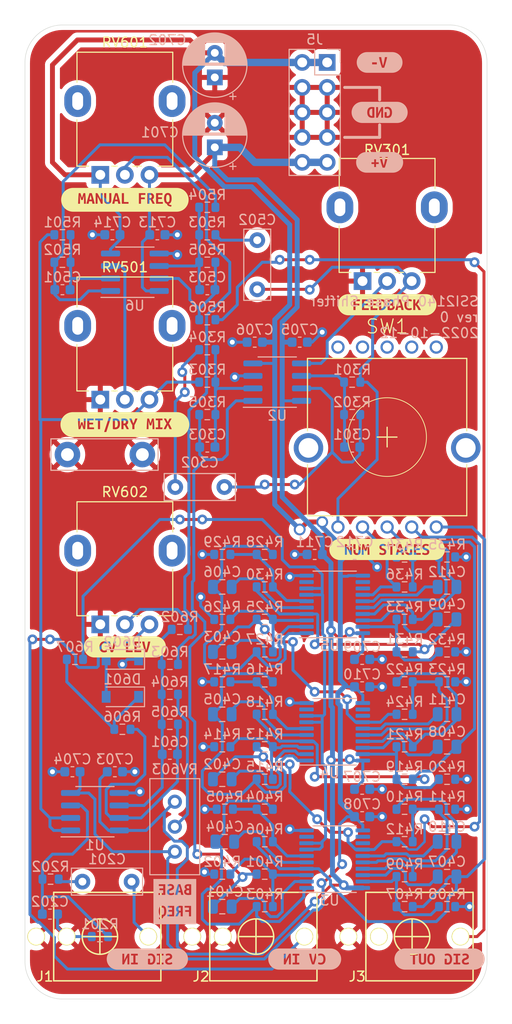
<source format=kicad_pcb>
(kicad_pcb (version 20211014) (generator pcbnew)
  (title_block (title "SSI2140 12-Stage Phase Shifter") (date "2022-10-11") (rev "0") (comment 1 "creativecommons.org/licenses/by/4.0/") (comment 2 "License: CC by 4.0") (comment 3 "Author: Jordan Aceto"))
  (layers (0 "F.Cu" signal) (31 "B.Cu" signal) (34 "B.Paste" user) (35 "F.Paste" user) (36 "B.SilkS" user "B.Silkscreen") (37 "F.SilkS" user "F.Silkscreen") (38 "B.Mask" user) (39 "F.Mask" user) (44 "Edge.Cuts" user))
  (net 0 "")
  (net 1 "+12V")
  (net 2 "GND")
  (net 3 "-12V")
  (net 4 "Net-(C201-Pad1)")
  (net 5 "/input_buffer/SIGNAL_IN")
  (net 6 "Net-(C302-Pad2)")
  (net 7 "/feedback_mixer/SIGNAL_OUT")
  (net 8 "/phasor_core/STAGE_4")
  (net 9 "Net-(C402-Pad1)")
  (net 10 "Net-(C403-Pad1)")
  (net 11 "Net-(C403-Pad2)")
  (net 12 "Net-(C406-Pad1)")
  (net 13 "Net-(C407-Pad1)")
  (net 14 "/phasor_core/STAGE_2")
  (net 15 "Net-(C408-Pad1)")
  (net 16 "/phasor_core/STAGE_6")
  (net 17 "Net-(C409-Pad1)")
  (net 18 "Net-(C410-Pad1)")
  (net 19 "Net-(C410-Pad2)")
  (net 20 "Net-(C411-Pad1)")
  (net 21 "Net-(C411-Pad2)")
  (net 22 "Net-(C412-Pad1)")
  (net 23 "Net-(C412-Pad2)")
  (net 24 "Net-(C502-Pad2)")
  (net 25 "Net-(C601-Pad1)")
  (net 26 "Net-(C601-Pad2)")
  (net 27 "Net-(D601-Pad1)")
  (net 28 "Net-(D601-Pad2)")
  (net 29 "/CV_scaler/FM_CV_IN")
  (net 30 "/wet_dry_mixer/MIX_OUT")
  (net 31 "/feedback_mixer/FEEDBACK_IN")
  (net 32 "/feedback_mixer/DRY_IN")
  (net 33 "Net-(R407-Pad2)")
  (net 34 "Net-(R410-Pad2)")
  (net 35 "Net-(R419-Pad2)")
  (net 36 "Net-(R422-Pad2)")
  (net 37 "Net-(R431-Pad2)")
  (net 38 "Net-(R434-Pad2)")
  (net 39 "/phasor_core/STAGE_12")
  (net 40 "Net-(R602-Pad1)")
  (net 41 "Net-(R603-Pad1)")
  (net 42 "Net-(R604-Pad1)")
  (net 43 "Net-(R607-Pad2)")
  (net 53 "Net-(C202-Pad2)")
  (net 54 "Net-(C401-Pad1)")
  (net 55 "Net-(C404-Pad2)")
  (net 56 "Net-(C404-Pad1)")
  (net 57 "Net-(R401-Pad2)")
  (net 58 "Net-(R404-Pad2)")
  (net 59 "Net-(C405-Pad2)")
  (net 60 "Net-(C405-Pad1)")
  (net 61 "Net-(C406-Pad2)")
  (net 62 "Net-(C409-Pad2)")
  (net 63 "Net-(R413-Pad2)")
  (net 64 "Net-(R416-Pad2)")
  (net 65 "Net-(R425-Pad2)")
  (net 66 "Net-(R428-Pad2)")
  (net 68 "Net-(C501-Pad1)")
  (net 69 "Net-(C501-Pad2)")
  (net 70 "Net-(C503-Pad1)")
  (net 71 "Net-(C503-Pad2)")
  (net 72 "Net-(RV501-Pad2)")
  (net 73 "Net-(C301-Pad1)")
  (net 74 "Net-(C301-Pad2)")
  (net 75 "Net-(C303-Pad2)")
  (net 76 "Net-(RV301-Pad2)")
  (footprint "custom_footprints:PJ301M-12" (layer "F.Cu") (at 130.556 138.938 -90)
    (fp_text reference "J1")
    (fp_text value "PJ301M-12")
  )
  (footprint "Potentiometer_THT:Potentiometer_Alpha_RD901F-40-00D_Single_Vertical" (layer "F.Cu") (at 130.596 107.188 90)
    (fp_text reference "RV602")
    (fp_text value "100k")
  )
  (footprint "kibuzzard-6346BB8C" (layer "F.Cu") (at 133.096 64.008)
    (fp_text reference "kibuzzard-6346BB8C" hide)
    (fp_text value "G***" hide)
  )
  (footprint "Potentiometer_THT:Potentiometer_Alpha_RD901F-40-00D_Single_Vertical" (layer "F.Cu") (at 157.266 72.273 90)
    (fp_text reference "RV301")
    (fp_text value "100k c.d.")
  )
  (footprint "kibuzzard-6346BB9C" (layer "F.Cu") (at 159.766 74.676)
    (fp_text reference "kibuzzard-6346BB9C" hide)
    (fp_text value "G***" hide)
  )
  (footprint "kibuzzard-6346BBC8" (layer "F.Cu") (at 159.766 99.568)
    (fp_text reference "kibuzzard-6346BBC8" hide)
    (fp_text value "G***" hide)
  )
  (footprint "kibuzzard-6346BBB6" (layer "F.Cu") (at 133.096 109.474)
    (fp_text reference "kibuzzard-6346BBB6" hide)
    (fp_text value "G***" hide)
  )
  (footprint "Potentiometer_THT:Potentiometer_Alpha_RD901F-40-00D_Single_Vertical" (layer "F.Cu") (at 130.596 61.468 90)
    (fp_text reference "RV601")
    (fp_text value "100k")
  )
  (footprint "custom_footprints:SR1712F_rotary_switch" (layer "F.Cu") (at 159.766 88.138 180)
    (fp_text reference "SW1")
    (fp_text value "SR1712F-0204" hide)
  )
  (footprint "custom_footprints:PJ301M-12" (layer "F.Cu") (at 162.306 138.938 -90)
    (fp_text reference "J3")
    (fp_text value "PJ301M-12")
  )
  (footprint "kibuzzard-6346BBAC" (layer "F.Cu") (at 133.096 86.868)
    (fp_text reference "kibuzzard-6346BBAC" hide)
    (fp_text value "G***" hide)
  )
  (footprint "custom_footprints:PJ301M-12" (layer "F.Cu") (at 146.431 138.938 -90)
    (fp_text reference "J2")
    (fp_text value "PJ301M-12")
  )
  (footprint "Potentiometer_THT:Potentiometer_Alpha_RD901F-40-00D_Single_Vertical" (layer "F.Cu") (at 130.596 84.328 90)
    (fp_text reference "RV501")
    (fp_text value "100k c.d.")
  )
  (footprint "Capacitor_SMD:C_0603_1608Metric" (layer "B.Cu") (at 150.876 78.486)
    (fp_text reference "C705")
    (fp_text value "100n")
  )
  (footprint "kibuzzard-6346B9C8" (layer "B.Cu") (at 159.004 55.118 180)
    (fp_text reference "kibuzzard-6346B9C8" hide)
    (fp_text value "G***" hide)
  )
  (footprint "Resistor_SMD:R_0603_1608Metric" (layer "B.Cu") (at 147.32 113.03 180)
    (fp_text reference "R416")
    (fp_text value "10k")
  )
  (footprint "Package_SO:TSSOP-20_4.4x6.5mm_P0.65mm" (layer "B.Cu") (at 154.432 105.156)
    (fp_text reference "U5")
    (fp_text value "SSI2140")
  )
  (footprint "Package_SO:SOIC-8_3.9x4.9mm_P1.27mm" (layer "B.Cu") (at 148.59 82.55)
    (fp_text reference "U2")
    (fp_text value "TL072")
  )
  (footprint "Resistor_SMD:R_0603_1608Metric" (layer "B.Cu") (at 161.544 100.33)
    (fp_text reference "R434")
    (fp_text value "10k")
  )
  (footprint "Resistor_SMD:R_0603_1608Metric" (layer "B.Cu") (at 165.862 135.89)
    (fp_text reference "R408")
    (fp_text value "200")
  )
  (footprint "Resistor_SMD:R_0603_1608Metric" (layer "B.Cu") (at 147.32 135.89 180)
    (fp_text reference "R403")
    (fp_text value "10k")
  )
  (footprint "Resistor_SMD:R_0603_1608Metric" (layer "B.Cu") (at 165.862 100.33)
    (fp_text reference "R435")
    (fp_text value "200")
  )
  (footprint "Capacitor_THT:C_Rect_L7.0mm_W2.5mm_P5.00mm" (layer "B.Cu") (at 146.558 73.112 90)
    (fp_text reference "C502")
    (fp_text value "100n")
  )
  (footprint "Resistor_SMD:R_0603_1608Metric" (layer "B.Cu") (at 147.32 129.286 180)
    (fp_text reference "R406")
    (fp_text value "10k")
  )
  (footprint "kibuzzard-6346BA34" (layer "B.Cu") (at 135.382 141.224 180)
    (fp_text reference "kibuzzard-6346BA34" hide)
    (fp_text value "G***" hide)
  )
  (footprint "Resistor_SMD:R_0603_1608Metric" (layer "B.Cu") (at 161.544 125.984)
    (fp_text reference "R410")
    (fp_text value "10k")
  )
  (footprint "Capacitor_SMD:C_0805_2012Metric" (layer "B.Cu") (at 165.862 119.634)
    (fp_text reference "C408")
    (fp_text value "1n C0G")
  )
  (footprint "Resistor_SMD:R_0603_1608Metric" (layer "B.Cu") (at 147.32 109.982 180)
    (fp_text reference "R427")
    (fp_text value "10k")
  )
  (footprint "Diode_SMD:D_SOD-123" (layer "B.Cu") (at 132.842 114.554 180)
    (fp_text reference "D601")
    (fp_text value "5v1")
  )
  (footprint "Resistor_SMD:R_0603_1608Metric" (layer "B.Cu") (at 137.668 114.3 180)
    (fp_text reference "R604")
    (fp_text value "1M")
  )
  (footprint "Resistor_SMD:R_0603_1608Metric" (layer "B.Cu") (at 156.21 82.55)
    (fp_text reference "R301")
    (fp_text value "100k")
  )
  (footprint "Resistor_SMD:R_0603_1608Metric" (layer "B.Cu") (at 147.32 122.936 180)
    (fp_text reference "R415")
    (fp_text value "10k")
  )
  (footprint "Resistor_SMD:R_0603_1608Metric" (layer "B.Cu") (at 143.002 106.68 180)
    (fp_text reference "R426")
    (fp_text value "200")
  )
  (footprint "Resistor_SMD:R_0603_1608Metric" (layer "B.Cu") (at 130.556 138.938 180)
    (fp_text reference "R201")
    (fp_text value "10k")
  )
  (footprint "Resistor_SMD:R_0603_1608Metric" (layer "B.Cu") (at 147.32 119.634)
    (fp_text reference "R413")
    (fp_text value "10k")
  )
  (footprint "Resistor_SMD:R_0603_1608Metric" (layer "B.Cu") (at 147.32 106.68)
    (fp_text reference "R425")
    (fp_text value "10k")
  )
  (footprint "Capacitor_SMD:C_0805_2012Metric" (layer "B.Cu") (at 165.862 132.842)
    (fp_text reference "C407")
    (fp_text value "1n C0G")
  )
  (footprint "Resistor_SMD:R_0603_1608Metric" (layer "B.Cu") (at 147.32 125.984 180)
    (fp_text reference "R404")
    (fp_text value "10k")
  )
  (footprint "Resistor_SMD:R_0603_1608Metric" (layer "B.Cu") (at 147.32 116.332 180)
    (fp_text reference "R418")
    (fp_text value "10k")
  )
  (footprint "Capacitor_THT:CP_Radial_D6.3mm_P2.50mm" (layer "B.Cu") (at 142.24 51.562 90)
    (fp_text reference "C702")
    (fp_text value "10u")
  )
  (footprint "Resistor_SMD:R_0603_1608Metric" (layer "B.Cu") (at 161.544 103.378 180)
    (fp_text reference "R436")
    (fp_text value "10k")
  )
  (footprint "Resistor_SMD:R_0603_1608Metric" (layer "B.Cu") (at 141.478 70.358)
    (fp_text reference "R505")
    (fp_text value "100k")
  )
  (footprint "Capacitor_THT:C_Rect_L7.0mm_W2.5mm_P5.00mm" (layer "B.Cu") (at 128.778 133.35)
    (fp_text reference "C201")
    (fp_text value "220n")
  )
  (footprint "Resistor_SMD:R_0603_1608Metric" (layer "B.Cu") (at 126.746 70.358 180)
    (fp_text reference "R502")
    (fp_text value "100k")
  )
  (footprint "Resistor_SMD:R_0603_1608Metric" (layer "B.Cu") (at 161.544 106.68)
    (fp_text reference "R433")
    (fp_text value "10k")
  )
  (footprint "Resistor_SMD:R_0603_1608Metric" (layer "B.Cu") (at 137.668 111.252 180)
    (fp_text reference "R603")
    (fp_text value "270k")
  )
  (footprint "Capacitor_SMD:C_0603_1608Metric" (layer "B.Cu") (at 141.478 89.154)
    (fp_text reference "C303")
    (fp_text value "100p")
  )
  (footprint "Resistor_SMD:R_0603_1608Metric" (layer "B.Cu") (at 141.478 82.55 180)
    (fp_text reference "R303")
    (fp_text value "100k")
  )
  (footprint "Capacitor_SMD:C_0603_1608Metric" (layer "B.Cu") (at 127.762 122.174)
    (fp_text reference "C704")
    (fp_text value "100n")
  )
  (footprint "Capacitor_SMD:C_0805_2012Metric" (layer "B.Cu") (at 143.002 122.936 180)
    (fp_text reference "C402")
    (fp_text value "1n C0G")
  )
  (footprint "Capacitor_SMD:C_0603_1608Metric" (layer "B.Cu") (at 131.826 67.564)
    (fp_text reference "C714")
    (fp_text value "100n")
  )
  (footprint "Resistor_SMD:R_0603_1608Metric" (layer "B.Cu") (at 128.016 110.744)
    (fp_text reference "R607")
    (fp_text value "15k")
  )
  (footprint "Capacitor_SMD:C_0805_2012Metric" (layer "B.Cu") (at 143.002 109.982 180)
    (fp_text reference "C403")
    (fp_text value "1n C0G")
  )
  (footprint "Resistor_SMD:R_0603_1608Metric" (layer "B.Cu") (at 141.478 76.2)
    (fp_text reference "R506")
    (fp_text value "1k")
  )
  (footprint "Resistor_SMD:R_0603_1608Metric" (layer "B.Cu") (at 161.544 119.634)
    (fp_text reference "R421")
    (fp_text value "10k")
  )
  (footprint "Capacitor_SMD:C_0603_1608Metric" (layer "B.Cu") (at 157.226 113.538 180)
    (fp_text reference "C710")
    (fp_text value "100n")
  )
  (footprint "Resistor_SMD:R_0603_1608Metric" (layer "B.Cu") (at 125.539 133.096)
    (fp_text reference "R202")
    (fp_text value "100k")
  )
  (footprint "Capacitor_SMD:C_0805_2012Metric" (layer "B.Cu") (at 143.002 116.332 180)
    (fp_text reference "C405")
    (fp_text value "1n C0G")
  )
  (footprint "Capacitor_SMD:C_0603_1608Metric" (layer "B.Cu") (at 157.226 110.744)
    (fp_text reference "C709")
    (fp_text value "100n")
  )
  (footprint "Connector_PinHeader_2.54mm:PinHeader_2x05_P2.54mm_Vertical" (layer "B.Cu") (at 153.67 50.038 180)
    (fp_text reference "J5")
    (fp_text value "power_entry")
  )
  (footprint "Package_SO:TSSOP-20_4.4x6.5mm_P0.65mm" (layer "B.Cu") (at 154.432 131.064)
    (fp_text reference "U3")
    (fp_text value "SSI2140")
  )
  (footprint "Resistor_SMD:R_0603_1608Metric" (layer "B.Cu") (at 147.32 103.378 180)
    (fp_text reference "R430")
    (fp_text value "10k")
  )
  (footprint "Resistor_SMD:R_0603_1608Metric" (layer "B.Cu") (at 165.862 122.936)
    (fp_text reference "R420")
    (fp_text value "200")
  )
  (footprint "Capacitor_SMD:C_0603_1608Metric" (layer "B.Cu") (at 136.398 67.564)
    (fp_text reference "C713")
    (fp_text value "100n")
  )
  (footprint "Resistor_SMD:R_0603_1608Metric" (layer "B.Cu") (at 132.842 117.856 180)
    (fp_text reference "R606")
    (fp_text value "3k3")
  )
  (footprint "Diode_SMD:D_SOD-123" (layer "B.Cu") (at 132.842 110.744 180)
    (fp_text reference "D602")
    (fp_text value "5v1")
  )
  (footprint "Package_SO:SOIC-8_3.9x4.9mm_P1.27mm" (layer "B.Cu") (at 130.048 126.238)
    (fp_text reference "U1")
    (fp_text value "TL072")
  )
  (footprint "Resistor_SMD:R_0603_1608Metric" (layer "B.Cu") (at 161.544 116.332 180)
    (fp_text reference "R424")
    (fp_text value "10k")
  )
  (footprint "Resistor_SMD:R_0603_1608Metric" (layer "B.Cu") (at 161.544 113.03)
    (fp_text reference "R422")
    (fp_text value "10k")
  )
  (footprint "Resistor_SMD:R_0603_1608Metric" (layer "B.Cu") (at 137.668 117.348)
    (fp_text reference "R605")
    (fp_text value "100k")
  )
  (footprint "Resistor_SMD:R_0603_1608Metric" (layer "B.Cu") (at 143.002 113.03 180)
    (fp_text reference "R417")
    (fp_text value "200")
  )
  (footprint "Resistor_SMD:R_0603_1608Metric" (layer "B.Cu") (at 161.544 122.936 180)
    (fp_text reference "R419")
    (fp_text value "10k")
  )
  (footprint "Resistor_SMD:R_0603_1608Metric" (layer "B.Cu") (at 141.478 67.564)
    (fp_text reference "R503")
    (fp_text value "10k")
  )
  (footprint "Package_SO:TSSOP-20_4.4x6.5mm_P0.65mm" (layer "B.Cu") (at 154.432 118.11)
    (fp_text reference "U4")
    (fp_text value "SSI2140")
  )
  (footprint "Capacitor_SMD:C_0805_2012Metric" (layer "B.Cu") (at 143.002 103.378 180)
    (fp_text reference "C406")
    (fp_text value "1n C0G")
  )
  (footprint "Capacitor_SMD:C_0603_1608Metric" (layer "B.Cu") (at 146.304 78.486)
    (fp_text reference "C706")
    (fp_text value "100n")
  )
  (footprint "kibuzzard-6346B9B0" (layer "B.Cu") (at 159.004 60.198 180)
    (fp_text reference "kibuzzard-6346B9B0" hide)
    (fp_text value "G***" hide)
  )
  (footprint "Capacitor_SMD:C_0805_2012Metric" (layer "B.Cu") (at 165.862 116.332)
    (fp_text reference "C411")
    (fp_text value "1n C0G")
  )
  (footprint "Resistor_SMD:R_0603_1608Metric" (layer "B.Cu") (at 141.478 64.77)
    (fp_text reference "R504")
    (fp_text value "15k")
  )
  (footprint "Capacitor_SMD:C_0603_1608Metric" (layer "B.Cu") (at 156.21 89.154 180)
    (fp_text reference "C301")
    (fp_text value "100p")
  )
  (footprint "Capacitor_SMD:C_0603_1608Metric" (layer "B.Cu") (at 152.4 100.076 180)
    (fp_text reference "C711")
    (fp_text value "100n")
  )
  (footprint "Capacitor_SMD:C_0603_1608Metric" (layer "B.Cu") (at 157.226 123.952)
    (fp_text reference "C707")
    (fp_text value "100n")
  )
  (footprint "TestPoint:TestPoint_Bridge_Pitch7.62mm_Drill1.3mm" (layer "B.Cu") (at 134.874 89.916 180)
    (fp_text reference "TP1" hide)
    (fp_text value "GND")
  )
  (footprint "Resistor_SMD:R_0603_1608Metric" (layer "B.Cu") (at 165.862 113.03)
    (fp_text reference "R423")
    (fp_text value "200")
  )
  (footprint "Resistor_SMD:R_0603_1608Metric" (layer "B.Cu") (at 165.862 109.982)
    (fp_text reference "R432")
    (fp_text value "200")
  )
  (footprint "Resistor_SMD:R_0603_1608Metric" (layer "B.Cu") (at 126.746 67.564 180)
    (fp_text reference "R501")
    (fp_text value "100k")
  )
  (footprint "Resistor_SMD:R_0603_1608Metric" (layer "B.Cu") (at 147.32 100.076 180)
    (fp_text reference "R428")
    (fp_text value "10k")
  )
  (footprint "Resistor_SMD:R_0603_1608Metric" (layer "B.Cu") (at 143.002 119.634 180)
    (fp_text reference "R414")
    (fp_text value "200")
  )
  (footprint "Capacitor_SMD:C_0805_2012Metric" (layer "B.Cu") (at 165.862 129.286)
    (fp_text reference "C410")
    (fp_text value "1n C0G")
  )
  (footprint "Resistor_SMD:R_0603_1608Metric" (layer "B.Cu") (at 143.256 125.984 180)
    (fp_text reference "R405")
    (fp_text value "200")
  )
  (footprint "Potentiometer_THT:Potentiometer_Bourns_3296W_Vertical" (layer "B.Cu") (at 138.176 125.222 90)
    (fp_text reference "RV603")
    (fp_text value "100k")
  )
  (footprint "Capacitor_THT:CP_Radial_D6.3mm_P2.50mm" (layer "B.Cu") (at 142.24 58.674 90)
    (fp_text reference "C701")
    (fp_text value "10u")
  )
  (footprint "kibuzzard-6346BA18" (layer "B.Cu") (at 138.176 135.382 180)
    (fp_text reference "kibuzzard-6346BA18" hide)
    (fp_text value "G***" hide)
  )
  (footprint "Resistor_SMD:R_0603_1608Metric" (layer "B.Cu") (at 161.544 109.982 180)
    (fp_text reference "R431")
    (fp_text value "10k")
  )
  (footprint "Resistor_SMD:R_0603_1608Metric" (layer "B.Cu") (at 165.862 125.984)
    (fp_text reference "R411")
    (fp_text value "200")
  )
  (footprint "Capacitor_SMD:C_0603_1608Metric" (layer "B.Cu") (at 157.226 126.746 180)
    (fp_text reference "C708")
    (fp_text value "100n")
  )
  (footprint "kibuzzard-6346BA4D" (layer "B.Cu") (at 165.1 141.224 180)
    (fp_text reference "kibuzzard-6346BA4D" hide)
    (fp_text value "G***" hide)
  )
  (footprint "Resistor_SMD:R_0603_1608Metric" (layer "B.Cu") (at 147.32 132.588)
    (fp_text reference "R401")
    (fp_text value "10k")
  )
  (footprint "Resistor_SMD:R_0603_1608Metric" (layer "B.Cu") (at 161.544 132.842)
    (fp_text reference "R409")
    (fp_text value "10k")
  )
  (footprint "Resistor_SMD:R_0603_1608Metric" (layer "B.Cu") (at 141.478 85.852 180)
    (fp_text reference "R305")
    (fp_text value "100k")
  )
  (footprint "Capacitor_SMD:C_0603_1608Metric" (layer "B.Cu") (at 126.746 73.152)
    (fp_text reference "C501")
    (fp_text value "100p")
  )
  (footprint "Capacitor_SMD:C_0603_1608Metric" (layer "B.Cu") (at 125.476 136.652 180)
    (fp_text reference "C202")
    (fp_text value "470p")
  )
  (footprint "Package_SO:SOIC-8_3.9x4.9mm_P1.27mm" (layer "B.Cu") (at 134.112 71.374)
    (fp_text reference "U6")
    (fp_text value "TL072")
  )
  (footprint "kibuzzard-6346B9BA" (layer "B.Cu") (at 159.004 50.038 180)
    (fp_text reference "kibuzzard-6346B9BA" hide)
    (fp_text value "G***" hide)
  )
  (footprint "Resistor_SMD:R_0603_1608Metric" (layer "B.Cu") (at 156.21 85.852)
    (fp_text reference "R302")
    (fp_text value "100k")
  )
  (footprint "Capacitor_SMD:C_0805_2012Metric" (layer "B.Cu") (at 143.002 135.89 180)
    (fp_text reference "C401")
    (fp_text value "1n C0G")
  )
  (footprint "kibuzzard-6346BA5C" (layer "B.Cu") (at 151.384 141.224 180)
    (fp_text reference "kibuzzard-6346BA5C" hide)
    (fp_text value "G***" hide)
  )
  (footprint "Capacitor_SMD:C_0805_2012Metric" (layer "B.Cu") (at 165.862 106.68)
    (fp_text reference "C409")
    (fp_text value "1n C0G")
  )
  (footprint "Capacitor_SMD:C_0603_1608Metric" (layer "B.Cu") (at 156.464 100.076 180)
    (fp_text reference "C712")
    (fp_text value "100n")
  )
  (footprint "Resistor_SMD:R_0603_1608Metric" (layer "B.Cu") (at 143.002 132.588 180)
    (fp_text reference "R402")
    (fp_text value "200")
  )
  (footprint "Capacitor_SMD:C_0603_1608Metric" (layer "B.Cu") (at 132.08 122.174)
    (fp_text reference "C703")
    (fp_text value "100n")
  )
  (footprint "Resistor_SMD:R_0603_1608Metric" (layer "B.Cu") (at 161.544 129.286 180)
    (fp_text reference "R412")
    (fp_text value "10k")
  )
  (footprint "Resistor_SMD:R_0603_1608Metric" (layer "B.Cu") (at 161.544 135.89 180)
    (fp_text reference "R407")
    (fp_text value "10k")
  )
  (footprint "Capacitor_SMD:C_0603_1608Metric" (layer "B.Cu") (at 141.478 73.152 180)
    (fp_text reference "C503")
    (fp_text value "100p")
  )
  (footprint "Resistor_SMD:R_0603_1608Metric" (layer "B.Cu") (at 143.002 100.076 180)
    (fp_text reference "R429")
    (fp_text value "200")
  )
  (footprint "Resistor_SMD:R_0603_1608Metric" (layer "B.Cu") (at 138.684 107.696 180)
    (fp_text reference "R602")
    (fp_text value "100k")
  )
  (footprint "Resistor_SMD:R_0603_1608Metric" (layer "B.Cu") (at 141.478 79.248 180)
    (fp_text reference "R304")
    (fp_text value "100k")
  )
  (footprint "Capacitor_SMD:C_0805_2012Metric" (layer "B.Cu") (at 143.256 129.286 180)
    (fp_text reference "C404")
    (fp_text value "1n C0G")
  )
  (footprint "Capacitor_SMD:C_0805_2012Metric" (layer "B.Cu") (at 165.862 103.378)
    (fp_text reference "C412")
    (fp_text value "1n C0G")
  )
  (footprint "Capacitor_SMD:C_0603_1608Metric" (layer "B.Cu") (at 137.668 120.396)
    (fp_text reference "C601")
    (fp_text value "100p")
  )
  (footprint "Capacitor_THT:C_Rect_L7.0mm_W2.5mm_P5.00mm" (layer "B.Cu") (at 143.216 93.218 180)
    (fp_text reference "C302")
    (fp_text value "22n")
  )
  (gr_line (start 159.004 57.658) (end 155.448 57.658) (layer "B.SilkS") (width 0.3))
  (gr_line (start 159.004 57.658) (end 159.004 56.388) (layer "B.SilkS") (width 0.3))
  (gr_line (start 159.004 53.848) (end 159.004 52.578) (layer "B.SilkS") (width 0.3))
  (gr_line (start 159.004 52.578) (end 155.448 52.578) (layer "B.SilkS") (width 0.3))
  (gr_line locked (start 126.746 46.228) (end 166.116 46.228) (layer "Edge.Cuts") (width 0.05))
  (gr_arc locked (start 166.116 46.228) (mid 168.810077 47.343923) (end 169.926 50.038) (layer "Edge.Cuts") (width 0.05))
  (gr_arc locked (start 126.746 145.288) (mid 124.051923 144.172077) (end 122.936 141.478) (layer "Edge.Cuts") (width 0.05))
  (gr_arc locked (start 169.926 141.478) (mid 168.810077 144.172077) (end 166.116 145.288) (layer "Edge.Cuts") (width 0.05))
  (gr_arc locked (start 122.936 50.038) (mid 124.051923 47.343923) (end 126.746 46.228) (layer "Edge.Cuts") (width 0.05))
  (gr_line locked (start 122.936 141.478) (end 122.936 50.038) (layer "Edge.Cuts") (width 0.05))
  (gr_line locked (start 169.926 50.038) (end 169.926 141.478) (layer "Edge.Cuts") (width 0.05))
  (gr_line locked (start 166.116 145.288) (end 126.746 145.288) (layer "Edge.Cuts") (width 0.05))
  (gr_text "SSI2140 Phase Shifter\nrev 0\n2022-10-12" (at 169.164 75.946) (layer "B.SilkS") (effects (font (size 1 1)) (justify left mirror)))
  (segment (start 154.708074 108.458) (end 154.057 107.806926) (width 0.3) (layer "F.Cu") (net 1))
  (segment (start 135.596 61.468) (end 139.954 61.468) (width 0.5) (layer "F.Cu") (net 1))
  (segment (start 155.865863 120.994137) (end 154.057 120.994137) (width 0.3) (layer "F.Cu") (net 1))
  (segment (start 155.956 120.904) (end 155.865863 120.994137) (width 0.3) (layer "F.Cu") (net 1))
  (segment (start 155.956 107.95) (end 155.448 108.458) (width 0.3) (layer "F.Cu") (net 1))
  (segment (start 155.448 108.458) (end 154.708074 108.458) (width 0.3) (layer "F.Cu") (net 1))
  (segment (start 152.4 135.382) (end 154.075955 133.706045) (width 0.3) (layer "F.Cu") (net 1))
  (segment (start 154.075955 133.706045) (end 155.345955 133.706045) (width 0.3) (layer "F.Cu") (net 1))
  (segment (start 142.24 59.182) (end 142.24 58.674) (width 0.5) (layer "F.Cu") (net 1))
  (segment (start 139.954 61.468) (end 142.24 59.182) (width 0.5) (layer "F.Cu") (net 1))
  (via (at 152.4 135.382) (size 1) (drill 0.5) (layers "F.Cu" "B.Cu") (net 1))
  (via (at 155.956 107.95) (size 1) (drill 0.5) (layers "F.Cu" "B.Cu") (net 1))
  (via (at 155.345955 133.706045) (size 1) (drill 0.5) (layers "F.Cu" "B.Cu") (net 1))
  (via (at 154.057 120.994137) (size 1) (drill 0.5) (layers "F.Cu" "B.Cu") (net 1))
  (via (at 154.057 107.806926) (size 1) (drill 0.5) (layers "F.Cu" "B.Cu") (net 1))
  (via (at 155.956 120.904) (size 1) (drill 0.5) (layers "F.Cu" "B.Cu") (net 1))
  (segment (start 157.2945 121.035) (end 156.087 121.035) (width 0.3) (layer "B.Cu") (net 1))
  (segment (start 153.175 100.076) (end 154.052999 100.953999) (width 0.5) (layer "B.Cu") (net 1))
  (segment (start 154.208499 115.646539) (end 154.208499 132.568588) (width 0.5) (layer "B.Cu") (net 1))
  (segment (start 138.176 125.222) (end 135.255 128.143) (width 0.3) (layer "B.Cu") (net 1))
  (segment (start 134.874 68.313) (end 134.874 72.898) (width 0.3) (layer "B.Cu") (net 1))
  (segment (start 149.098 94.234) (end 153.162 98.298) (width 0.5) (layer "B.Cu") (net 1))
  (segment (start 150.101 78.486) (end 149.098 78.486) (width 0.5) (layer "B.Cu") (net 1))
  (segment (start 149.098 78.486) (end 149.098 76.427244) (width 0.5) (layer "B.Cu") (net 1))
  (segment (start 153.162 98.298) (end 153.162 100.063) (width 0.5) (layer "B.Cu") (net 1))
  (segment (start 156.087 121.035) (end 155.956 120.904) (width 0.3) (layer "B.Cu") (net 1))
  (segment (start 149.098 76.427244) (end 150.622 74.903244) (width 0.5) (layer "B.Cu") (net 1))
  (segment (start 157.2945 121.035) (end 157.2945 123.1085) (width 0.3) (layer "B.Cu") (net 1))
  (segment (start 135.255 73.279) (end 136.587 73.279) (width 0.3) (layer "B.Cu") (net 1))
  (segment (start 151.13 60.198) (end 146.304 60.198) (width 0.75) (layer "B.Cu") (net 1))
  (segment (start 135.623 67.564) (end 134.874 68.313) (width 0.3) (layer "B.Cu") (net 1))
  (segment (start 154.052999 115.491039) (end 154.208499 115.646539) (width 0.5) (layer "B.Cu") (net 1))
  (segment (start 156.087 108.081) (end 155.956 107.95) (width 0.3) (layer "B.Cu") (net 1))
  (segment (start 153.162 100.063) (end 153.175 100.076) (width 0.5) (layer "B.Cu") (net 1))
  (segment (start 146.304 60.198) (end 144.78 58.674) (width 0.75) (layer "B.Cu") (net 1))
  (segment (start 157.2945 109.9005) (end 156.451 110.744) (width 0.3) (layer "B.Cu") (net 1))
  (segment (start 138.43 132.08) (end 138.43 139.954) (width 0.3) (layer "B.Cu") (net 1))
  (segment (start 134.874 72.898) (end 135.255 73.279) (width 0.3) (layer "B.Cu") (net 1))
  (segment (start 149.098 84.328) (end 149.098 94.234) (width 0.5) (layer "B.Cu") (net 1))
  (segment (start 135.596 67.537) (end 135.623 67.564) (width 0.3) (layer "B.Cu") (net 1))
  (segment (start 132.523 128.143) (end 131.445 128.143) (width 0.3) (layer "B.Cu") (net 1))
  (segment (start 149.225 84.455) (end 151.065 84.455) (width 0.3) (layer "B.Cu") (net 1))
  (segment (start 138.133291 129.2325) (end 138.8845 129.2325) (width 0.3) (layer "B.Cu") (net 1))
  (segment (start 137.106 126.292) (end 137.106 128.205209) (width 0.3) (layer "B.Cu") (net 1))
  (segment (start 138.8845 129.2325) (end 139.446 129.794) (width 0.3) (layer "B.Cu") (net 1))
  (segment (start 150.622 66.04) (end 146.558 61.976) (width 0.5) (layer "B.Cu") (net 1))
  (segment (start 157.2945 108.081) (end 156.087 108.081) (width 0.3) (layer "B.Cu") (net 1))
  (segment (start 138.176 125.222) (end 137.106 126.292) (width 0.3) (layer "B.Cu") (net 1))
  (segment (start 137.106 128.205209) (end 138.133291 129.2325) (width 0.3) (layer "B.Cu") (net 1))
  (segment (start 149.098 84.328) (end 149.225 84.455) (width 0.3) (layer "B.Cu") (net 1))
  (segment (start 150.622 74.903244) (end 150.622 66.04) (width 0.5) (layer "B.Cu") (net 1))
  (segment (start 130.556 122.923) (end 131.305 122.174) (width 0.3) (layer "B.Cu") (net 1))
  (segment (start 135.596 61.468) (end 135.596 67.537) (width 0.3) (layer "B.Cu") (net 1))
  (segment (start 138.43 132.08) (end 139.446 131.064) (width 0.3) (layer "B.Cu") (net 1))
  (segment (start 146.558 61.976) (end 143.51 61.976) (width 0.5) (layer "B.Cu") (net 1))
  (segment (start 139.192 140.716) (end 147.066 140.716) (width 0.3) (layer "B.Cu") (net 1))
  (segment (start 154.052999 100.953999) (end 154.052999 115.491039) (width 0.5) (layer "B.Cu") (net 1))
  (segment (start 149.098 78.486) (end 149.098 84.328) (width 0.5) (layer "B.Cu") (net 1))
  (segment (start 153.67 60.198) (end 151.13 60.198) (width 0.75) (layer "B.Cu") (net 1))
  (segment (start 154.208499 132.568588) (end 155.628911 133.989) (width 0.5) (layer "B.Cu") (net 1))
  (segment (start 144.78 58.674) (end 142.24 58.674) (width 0.75) (layer "B.Cu") (net 1))
  (segment (start 142.24 60.706) (end 142.24 58.674) (width 0.5) (layer "B.Cu") (net 1))
  (segment (start 155.628911 133.989) (end 157.2945 133.989) (width 0.5) (layer "B.Cu") (net 1))
  (segment (start 143.51 61.976) (end 142.24 60.706) (width 0.5) (layer "B.Cu") (net 1))
  (segment (start 157.2945 108.081) (end 157.2945 109.9005) (width 0.3) (layer "B.Cu") (net 1))
  (segment (start 138.43 139.954) (end 139.192 140.716) (width 0.3) (layer "B.Cu") (net 1))
  (segment (start 139.446 129.794) (end 139.446 131.064) (width 0.3) (layer "B.Cu") (net 1))
  (segment (start 147.066 140.716) (end 152.4 135.382) (width 0.3) (layer "B.Cu") (net 1))
  (segment (start 135.255 128.143) (end 132.523 128.143) (width 0.3) (layer "B.Cu") (net 1))
  (segment (start 157.2945 123.1085) (end 156.451 123.952) (width 0.3) (layer "B.Cu") (net 1))
  (segment (start 131.445 128.143) (end 130.556 127.254) (width 0.3) (layer "B.Cu") (net 1))
  (segment (start 130.556 127.254) (end 130.556 122.923) (width 0.3) (layer "B.Cu") (net 1))
  (via (at 167.8065 100.33) (size 1) (drill 0.5) (layers "F.Cu" "B.Cu") (net 2))
  (via (at 159.258 123.952) (size 1) (drill 0.5) (layers "F.Cu" "B.Cu") (net 2))
  (via (at 150.368 100.076) (size 1) (drill 0.5) (layers "F.Cu" "B.Cu") (net 2))
  (via (at 159.258 110.744) (size 1) (drill 0.5) (layers "F.Cu" "B.Cu") (net 2))
  (via (at 144.018 78.486) (size 1) (drill 0.5) (layers "F.Cu" "B.Cu") (net 2))
  (via (at 144.272 82.042) (size 1) (drill 0.5) (layers "F.Cu" "B.Cu") (net 2))
  (via (at 167.894 122.936) (size 1) (drill 0.5) (layers "F.Cu" "B.Cu") (net 2))
  (via (at 132.842 111.252) (size 1) (drill 0.5) (layers "F.Cu" "B.Cu") (net 2))
  (via (at 140.97 100.076) (size 1) (drill 0.5) (layers "F.Cu" "B.Cu") (net 2))
  (via (at 167.8065 109.966575) (size 1) (drill 0.5) (layers "F.Cu" "B.Cu") (net 2))
  (via (at 134.62 124.206) (size 1) (drill 0.5) (layers "F.Cu" "B.Cu") (net 2))
  (via (at 168.148 135.89) (size 1) (drill 0.5) (layers "F.Cu" "B.Cu") (net 2))
  (via (at 159.258 113.538) (size 1) (drill 0.5) (layers "F.Cu" "B.Cu") (net 2))
  (via (at 129.794 67.564) (size 1) (drill 0.5) (layers "F.Cu" "B.Cu") (net 2))
  (via (at 141.0575 119.649425) (size 1) (drill 0.5) (layers "F.Cu" "B.Cu") (net 2))
  (via (at 140.8035 104.409425) (size 1) (drill 0.5) (layers "F.Cu" "B.Cu") (net 2))
  (via (at 138.43 69.596) (size 1) (drill 0.5) (layers "F.Cu" "B.Cu") (net 2))
  (via (at 167.894 125.984) (size 1) (drill 0.5) (layers "F.Cu" "B.Cu") (net 2))
  (via (at 153.162 77.47) (size 1) (drill 0.5) (layers "F.Cu" "B.Cu") (net 2))
  (via (at 167.8065 113.014575) (size 1) (drill 0.5) (layers "F.Cu" "B.Cu") (net 2))
  (via (at 149.86 128.016) (size 1) (drill 0.5) (layers "F.Cu" "B.Cu") (net 2))
  (via (at 125.73 122.174) (size 1) (drill 0.5) (layers "F.Cu" "B.Cu") (net 2))
  (via (at 138.43 67.564) (size 1) (drill 0.5) (layers "F.Cu" "B.Cu") (net 2))
  (via (at 141.189688 132.368312) (size 1) (drill 0.5) (layers "F.Cu" "B.Cu") (net 2))
  (via (at 149.86 115.062) (size 1) (drill 0.5) (layers "F.Cu" "B.Cu") (net 2))
  (via (at 141.224 125.984) (size 1) (drill 0.5) (layers "F.Cu" "B.Cu") (net 2))
  (via (at 158.75 101.346) (size 1) (drill 0.5) (layers "F.Cu" "B.Cu") (net 2))
  (via (at 149.86 102.362) (size 1) (drill 0.5) (layers "F.Cu" "B.Cu") (net 2))
  (via (at 159.258 126.746) (size 1) (drill 0.5) (layers "F.Cu" "B.Cu") (net 2))
  (via (at 134.112 122.174) (size 1) (drill 0.5) (layers "F.Cu" "B.Cu") (net 2))
  (via (at 140.97 113.03) (size 1) (drill 0.5) (layers "F.Cu" "B.Cu") (net 2))
  (segment (start 166.687 135.89) (end 168.148 135.89) (width 0.3) (layer "B.Cu") (net 2))
  (segment (start 167.791075 109.982) (end 167.8065 109.966575) (width 0.3) (layer "B.Cu") (net 2))
  (segment (start 126.987 122.174) (end 125.73 122.174) (width 0.3) (layer "B.Cu") (net 2))
  (segment (start 151.5695 128.139) (end 149.983 128.139) (width 0.3) (layer "B.Cu") (net 2))
  (segment (start 142.177 106.68) (end 140.8035 105.3065) (width 0.3) (layer "B.Cu") (net 2))
  (segment (start 142.177 132.588) (end 141.409376 132.588) (width 0.3) (layer "B.Cu") (net 2))
  (segment (start 133.35 110.744) (end 132.842 111.252) (width 0.3) (layer "B.Cu") (net 2))
  (segment (start 142.177 100.076) (end 140.97 100.076) (width 0.3) (layer "B.Cu") (net 2))
  (segment (start 138.303 69.469) (end 138.43 69.596) (width 0.3) (layer "B.Cu") (net 2))
  (segment (start 134.493 124.333) (end 134.62 124.206) (width 0.3) (layer "B.Cu") (net 2))
  (segment (start 166.687 109.982) (end 167.791075 109.982) (width 0.3) (layer "B.Cu") (net 2))
  (segment (start 151.5695 115.185) (end 149.983 115.185) (width 0.3) (layer "B.Cu") (net 2))
  (segment (start 149.983 115.185) (end 149.86 115.062) (width 0.3) (layer "B.Cu") (net 2))
  (segment (start 145.529 78.486) (end 144.018 78.486) (width 0.3) (layer "B.Cu") (net 2))
  (segment (start 151.651 78.486) (end 152.146 78.486) (width 0.3) (layer "B.Cu") (net 2))
  (segment (start 129.731 138.938) (end 127.176 138.938) (width 0.3) (layer "B.Cu") (net 2))
  (segment (start 158.001 110.744) (end 159.258 110.744) (width 0.3) (layer "B.Cu") (net 2))
  (segment (start 126.251 136.652) (end 126.251 138.013) (width 0.3) (layer "B.Cu") (net 2))
  (segment (start 141.072925 119.634) (end 141.0575 119.649425) (width 0.3) (layer "B.Cu") (net 2))
  (segment (start 142.431 125.984) (end 141.224 125.984) (width 0.3) (layer "B.Cu") (net 2))
  (segment (start 142.177 113.03) (end 140.97 113.03) (width 0.3) (layer "B.Cu") (net 2))
  (segment (start 134.492 110.744) (end 133.35 110.744) (width 0.3) (layer "B.Cu") (net 2))
  (segment (start 136.587 69.469) (end 138.303 69.469) (width 0.3) (layer "B.Cu") (net 2))
  (segment (start 157.239 100.076) (end 157.48 100.076) (width 0.3) (layer "B.Cu") (net 2))
  (segment (start 149.991 102.231) (end 149.86 102.362) (width 0.3) (layer "B.Cu") (net 2))
  (segment (start 158.001 113.538) (end 159.258 113.538) (width 0.3) (layer "B.Cu") (net 2))
  (segment (start 166.687 100.33) (end 167.8065 100.33) (width 0.3) (layer "B.Cu") (net 2))
  (segment (start 151.5695 102.231) (end 149.991 102.231) (width 0.3) (layer "B.Cu") (net 2))
  (segment (start 166.687 113.03) (end 167.791075 113.03) (width 0.3) (layer "B.Cu") (net 2))
  (segment (start 166.687 125.984) (end 167.894 125.984) (width 0.3) (layer "B.Cu") (net 2))
  (segment (start 132.523 124.333) (end 134.493 124.333) (width 0.3) (layer "B.Cu") (net 2))
  (segment (start 126.251 138.013) (end 127.176 138.938) (width 0.3) (layer "B.Cu") (net 2))
  (segment (start 141.409376 132.588) (end 141.189688 132.368312) (width 0.3) (layer "B.Cu") (net 2))
  (segment (start 158.001 123.952) (end 159.258 123.952) (width 0.3) (layer "B.Cu") (net 2))
  (segment (start 158.001 126.746) (end 159.258 126.746) (width 0.3) (layer "B.Cu") (net 2))
  (segment (start 149.983 128.139) (end 149.86 128.016) (width 0.3) (layer "B.Cu") (net 2))
  (segment (start 132.855 122.174) (end 134.112 122.174) (width 0.3) (layer "B.Cu") (net 2))
  (segment (start 157.48 100.076) (end 158.75 101.346) (width 0.3) (layer "B.Cu") (net 2))
  (segment (start 137.173 67.564) (end 138.43 67.564) (width 0.3) (layer "B.Cu") (net 2))
  (segment (start 144.399 81.915) (end 144.272 82.042) (width 0.3) (layer "B.Cu") (net 2))
  (segment (start 167.791075 113.03) (end 167.8065 113.014575) (width 0.3) (layer "B.Cu") (net 2))
  (segment (start 140.8035 105.3065) (end 140.8035 104.409425) (width 0.3) (layer "B.Cu") (net 2))
  (segment (start 151.625 100.076) (end 150.368 100.076) (width 0.3) (layer "B.Cu") (net 2))
  (segment (start 152.146 78.486) (end 153.162 77.47) (width 0.3) (layer "B.Cu") (net 2))
  (segment (start 146.115 81.915) (end 144.399 81.915) (width 0.3) (layer "B.Cu") (net 2))
  (segment (start 131.051 67.564) (end 129.794 67.564) (width 0.3) (layer "B.Cu") (net 2))
  (segment (start 166.687 122.936) (end 167.894 122.936) (width 0.3) (layer "B.Cu") (net 2))
  (segment (start 142.177 119.634) (end 141.072925 119.634) (width 0.3) (layer "B.Cu") (net 2))
  (segment (start 127 61.468) (end 125.73 60.198) (width 0.5) (layer "F.Cu") (net 3))
  (segment (start 125.73 50.292) (end 128.27 47.752) (width 0.5) (layer "F.Cu") (net 3))
  (segment (start 150.876 97.536) (end 151.638 96.774) (width 0.5) (layer "F.Cu") (net 3))
  (segment (start 139.7 47.752) (end 141.01 49.062) (width 0.5) (layer "F.Cu") (net 3))
  (segment (start 151.638 96.774) (end 153.162 96.774) (width 0.5) (layer "F.Cu") (net 3))
  (segment (start 128.27 47.752) (end 139.7 47.752) (width 0.5) (layer "F.Cu") (net 3))
  (segment (start 130.596 61.468) (end 127 61.468) (width 0.5) (layer "F.Cu") (net 3))
  (segment (start 125.73 60.198) (end 125.73 50.292) (width 0.5) (layer "F.Cu") (net 3))
  (segment (start 155.194 131.572) (end 153.271045 133.494955) (width 0.3) (layer "F.Cu") (net 3))
  (segment (start 153.271045 133.494955) (end 153.085669 133.494955) (width 0.3) (layer "F.Cu") (net 3))
  (segment (start 141.01 49.062) (end 142.24 49.062) (width 0.5) (layer "F.Cu") (net 3))
  (via (at 155.194 131.572) (size 1) (drill 0.5) (layers "F.Cu" "B.Cu") (net 3))
  (via (at 153.085669 133.494955) (size 1) (drill 0.5) (layers "F.Cu" "B.Cu") (net 3))
  (via (at 153.162 96.774) (size 1.2) (drill 0.8) (layers "F.Cu" "B.Cu") (net 3))
  (via (at 150.876 97.536) (size 1.2) (drill 0.8) (layers "F.Cu" "B.Cu") (net 3))
  (segment (start 132.601 67.564) (end 132.601 68.059) (width 0.3) (layer "B.Cu") (net 3))
  (segment (start 137.456001 131.021999) (end 137.456001 139.686402) (width 0.3) (layer "B.Cu") (net 3))
  (segment (start 154.7525 115.201296) (end 155.0065 115.455296) (width 0.5) (layer "B.Cu") (net 3))
  (segment (start 153.67 50.038) (end 151.13 50.038) (width 0.75) (layer "B.Cu") (net 3))
  (segment (start 156.451 113.538) (end 155.702 113.538) (width 0.3) (layer "B.Cu") (net 3))
  (segment (start 130.048 128.524) (end 130.048 124.968) (width 0.3) (layer "B.Cu") (net 3))
  (segment (start 138.9851 141.215501) (end 147.272901 141.215501) (width 0.3) (layer "B.Cu") (net 3))
  (segment (start 152.751875 136.2315) (end 153.2495 135.733875) (width 0.3) (layer "B.Cu") (net 3))
  (segment (start 153.2495 135.733875) (end 153.2495 133.658786) (width 0.3) (layer "B.Cu") (net 3))
  (segment (start 155.0065 115.455296) (end 155.0065 125.3015) (width 0.5) (layer "B.Cu") (net 3))
  (segment (start 130.596 63.54) (end 132.601 65.545) (width 0.3) (layer "B.Cu") (net 3))
  (segment (start 143.216 50.038) (end 142.24 49.062) (width 0.75) (layer "B.Cu") (net 3))
  (segment (start 132.601 68.059) (end 131.637 69.023) (width 0.3) (layer "B.Cu") (net 3))
  (segment (start 155.689 99.801991) (end 155.689 100.076) (width 0.5) (layer "B.Cu") (net 3))
  (segment (start 148.336 94.996) (end 150.876 97.536) (width 0.5) (layer "B.Cu") (net 3))
  (segment (start 138.176 130.302) (end 137.456001 131.021999) (width 0.3) (layer "B.Cu") (net 3))
  (segment (start 157.2945 127.5895) (end 156.451 126.746) (width 0.3) (layer "B.Cu") (net 3))
  (segment (start 152.256902 136.2315) (end 152.751875 136.2315) (width 0.3) (layer "B.Cu") (net 3))
  (segment (start 157.2945 114.3815) (end 156.451 113.538) (width 0.3) (layer "B.Cu") (net 3))
  (segment (start 155.551 113.387) (end 154.7525 114.1855) (width 0.5) (layer "B.Cu") (net 3))
  (segment (start 148.336 78.486) (end 148.336 76.2) (width 0.5) (layer "B.Cu") (net 3))
  (segment (start 155.0065 125.3015) (end 156.451 126.746) (width 0.5) (layer "B.Cu") (net 3))
  (segment (start 155.194 131.572) (end 154.94 131.318) (width 0.3) (layer "B.Cu") (net 3))
  (segment (start 149.86 74.676) (end 149.86 66.548) (width 0.5) (layer "B.Cu") (net 3))
  (segment (start 131.826 130.302) (end 130.048 128.524) (width 0.3) (layer "B.Cu") (net 3))
  (segment (start 154.7525 114.1855) (end 154.7525 115.201296) (width 0.5) (layer "B.Cu") (net 3))
  (segment (start 130.596 61.468) (end 130.596 63.54) (width 0.3) (layer "B.Cu") (net 3))
  (segment (start 153.162 97.274991) (end 155.689 99.801991) (width 0.5) (layer "B.Cu") (net 3))
  (segment (start 148.336 80.772) (end 148.336 94.996) (width 0.5) (layer "B.Cu") (net 3))
  (segment (start 155.0065 112.8425) (end 155.0065 102.2955) (width 0.5) (layer "B.Cu") (net 3))
  (segment (start 149.86 66.548) (end 145.987501 62.675501) (width 0.5) (layer "B.Cu") (net 3))
  (segment (start 157.2945 128.139) (end 157.2945 127.5895) (width 0.3) (layer "B.Cu") (net 3))
  (segment (start 140.208 51.094) (end 142.24 49.062) (width 0.5) (layer "B.Cu") (net 3))
  (segment (start 147.079 78.486) (end 148.336 78.486) (width 0.5) (layer "B.Cu") (net 3))
  (segment (start 132.601 65.545) (end 132.601 67.564) (width 0.3) (layer "B.Cu") (net 3))
  (segment (start 143.220257 62.675501) (end 140.208 59.663244) (width 0.5) (layer "B.Cu") (net 3))
  (segment (start 128.537 122.174) (end 128.537 123.939) (width 0.3) (layer "B.Cu") (net 3))
  (segment (start 155.7605 102.2955) (end 155.0065 102.2955) (width 0.3) (layer "B.Cu") (net 3))
  (segment (start 148.209 80.645) (end 148.336 80.772) (width 0.3) (layer "B.Cu") (net 3))
  (segment (start 128.537 123.939) (end 128.143 124.333) (width 0.3) (layer "B.Cu") (net 3))
  (segment (start 131.637 69.023) (end 131.637 69.469) (width 0.3) (layer "B.Cu") (net 3))
  (segment (start 129.413 124.333) (end 127.573 124.333) (width 0.3) (layer "B.Cu") (net 3))
  (segment (start 155.702 113.538) (end 155.551 113.387) (width 0.3) (layer "B.Cu") (net 3))
  (segment (start 148.336 78.486) (end 148.336 80.772) (width 0.5) (layer "B.Cu") (net 3))
  (segment (start 155.0065 100.7585) (end 155.689 100.076) (width 0.5) (layer "B.Cu") (net 3))
  (segment (start 128.143 124.333) (end 127.573 124.333) (width 0.3) (layer "B.Cu") (net 3))
  (segment (start 153.162 96.774) (end 153.162 97.274991) (width 0.5) (layer "B.Cu") (net 3))
  (segment (start 148.336 76.2) (end 149.86 74.676) (width 0.5) (layer "B.Cu") (net 3))
  (segment (start 155.825 102.231) (end 155.7605 102.2955) (width 0.3) (layer "B.Cu") (net 3))
  (segment (start 154.94 127.508) (end 155.702 126.746) (width 0.3) (layer "B.Cu") (net 3))
  (segment (start 153.2495 133.658786) (end 153.085669 133.494955) (width 0.3) (layer "B.Cu") (net 3))
  (segment (start 145.987501 62.675501) (end 143.220257 62.675501) (width 0.5) (layer "B.Cu") (net 3))
  (segment (start 151.13 50.038) (end 143.216 50.038) (width 0.75) (layer "B.Cu") (net 3))
  (segment (start 146.115 80.645) (end 148.209 80.645) (width 0.3) (layer "B.Cu") (net 3))
  (segment (start 155.0065 102.2955) (end 155.0065 100.7585) (width 0.5) (layer "B.Cu") (net 3))
  (segment (start 157.2945 102.231) (end 155.825 102.231) (width 0.3) (layer "B.Cu") (net 3))
  (segment (start 155.551 113.387) (end 155.0065 112.8425) (width 0.5) (layer "B.Cu") (net 3))
  (segment (start 147.272901 141.215501) (end 152.256902 136.2315) (width 0.3) (layer "B.Cu") (net 3))
  (segment (start 154.94 131.318) (end 154.94 127.508) (width 0.3) (layer "B.Cu") (net 3))
  (segment (start 130.048 124.968) (end 129.413 124.333) (width 0.3) (layer "B.Cu") (net 3))
  (segment (start 157.2945 115.185) (end 157.2945 114.3815) (width 0.3) (layer "B.Cu") (net 3))
  (segment (start 137.456001 139.686402) (end 138.9851 141.215501) (width 0.3) (layer "B.Cu") (net 3))
  (segment (start 140.208 59.663244) (end 140.208 51.094) (width 0.5) (layer "B.Cu") (net 3))
  (segment (start 138.176 130.302) (end 131.826 130.302) (width 0.3) (layer "B.Cu") (net 3))
  (segment (start 155.702 126.746) (end 156.451 126.746) (width 0.3) (layer "B.Cu") (net 3))
  (segment (start 128.778 133.35) (end 126.618 133.35) (width 0.3) (layer "B.Cu") (net 4))
  (segment (start 126.618 133.35) (end 126.364 133.096) (width 0.3) (layer "B.Cu") (net 4))
  (segment (start 135.476 138.938) (end 134.032 137.494) (width 0.3) (layer "B.Cu") (net 5))
  (segment (start 134.032 137.494) (end 134.032 133.604) (width 0.3) (layer "B.Cu") (net 5))
  (segment (start 134.032 133.604) (end 133.778 133.35) (width 0.3) (layer "B.Cu") (net 5))
  (segment (start 139.192 81.788) (end 138.938 81.534) (width 0.3) (layer "F.Cu") (net 6))
  (segment (start 139.192 83.566) (end 139.192 81.788) (width 0.3) (layer "F.Cu") (net 6))
  (via (at 138.938 81.534) (size 1) (drill 0.5) (layers "F.Cu" "B.Cu") (net 6))
  (via (at 139.192 83.566) (size 1) (drill 0.5) (layers "F.Cu" "B.Cu") (net 6))
  (segment (start 138.216 84.542) (end 139.192 83.566) (width 0.3) (layer "B.Cu") (net 6))
  (segment (start 138.216 93.218) (end 138.216 84.542) (width 0.3) (layer "B.Cu") (net 6))
  (segment (start 138.938 81.534) (end 138.938 80.963) (width 0.3) (layer "B.Cu") (net 6))
  (segment (start 138.938 80.963) (end 140.653 79.248) (width 0.3) (layer "B.Cu") (net 6))
  (segment (start 142.748 130.556) (end 140.462 130.556) (width 0.3) (layer "F.Cu") (net 7))
  (segment (start 145.067 132.875) (end 142.748 130.556) (width 0.3) (layer "F.Cu") (net 7))
  (via (at 145.067 132.875) (size 1) (drill 0.5) (layers "F.Cu" "B.Cu") (net 7))
  (via (at 140.462 130.556) (size 1) (drill 0.5) (layers "F.Cu" "B.Cu") (net 7))
  (segment (start 143.51 85.344) (end 143.51 89.916) (width 0.3) (layer "B.Cu") (net 7))
  (segment (start 139.7 116.595781) (end 140.208 117.103781) (width 0.3) (layer "B.Cu") (net 7))
  (segment (start 140.703 89.154) (end 140.703 85.902) (width 0.3) (layer "B.Cu") (net 7))
  (segment (start 139.954 102.87) (end 139.954 105.664) (width 0.3) (layer "B.Cu") (net 7))
  (segment (start 140.703 85.902) (end 140.653 85.852) (width 0.3) (layer "B.Cu") (net 7))
  (segment (start 140.208 117.103781) (end 140.208 130.302) (width 0.3) (layer "B.Cu") (net 7))
  (segment (start 140.208 130.302) (end 140.462 130.556) (width 0.3) (layer "B.Cu") (net 7))
  (segment (start 141.224 106.934) (end 141.224 107.95) (width 0.3) (layer "B.Cu") (net 7))
  (segment (start 141.224 90.424) (end 140.105501 91.542499) (width 0.3) (layer "B.Cu") (net 7))
  (segment (start 140.703 89.903) (end 140.703 89.154) (width 0.3) (layer "B.Cu") (net 7))
  (segment (start 146.115 84.455) (end 144.399 84.455) (width 0.3) (layer "B.Cu") (net 7))
  (segment (start 145.354 132.588) (end 142.052 135.89) (width 0.3) (layer "B.Cu") (net 7))
  (segment (start 139.7 109.474) (end 139.7 116.595781) (width 0.3) (layer "B.Cu") (net 7))
  (segment (start 139.954 105.664) (end 141.224 106.934) (width 0.3) (layer "B.Cu") (net 7))
  (segment (start 144.399 84.455) (end 143.51 85.344) (width 0.3) (layer "B.Cu") (net 7))
  (segment (start 141.224 90.424) (end 140.703 89.903) (width 0.3) (layer "B.Cu") (net 7))
  (segment (start 146.495 132.588) (end 145.354 132.588) (width 0.3) (layer "B.Cu") (net 7))
  (segment (start 143.51 89.916) (end 143.002 90.424) (width 0.3) (layer "B.Cu") (net 7))
  (segment (start 140.105501 102.718499) (end 139.954 102.87) (width 0.3) (layer "B.Cu") (net 7))
  (segment (start 140.105501 91.542499) (end 140.105501 102.718499) (width 0.3) (layer "B.Cu") (net 7))
  (segment (start 143.002 90.424) (end 141.224 90.424) (width 0.3) (layer "B.Cu") (net 7))
  (segment (start 141.224 107.95) (end 139.7 109.474) (width 0.3) (layer "B.Cu") (net 7))
  (segment (start 163.576 127) (end 164.338 127.762) (width 0.3) (layer "F.Cu") (net 8))
  (segment (start 164.338 127.762) (end 168.656 127.762) (width 0.3) (layer "F.Cu") (net 8))
  (segment (start 153.986072 128.332072) (end 152.654 127) (width 0.3) (layer "F.Cu") (net 8))
  (segment (start 155.7895 128.332072) (end 153.986072 128.332072) (width 0.3) (layer "F.Cu") (net 8))
  (segment (start 147.923999 121.412) (end 147.161999 120.65) (width 0.3) (layer "F.Cu") (net 8))
  (segment (start 149.86 121.412) (end 147.923999 121.412) (width 0.3) (layer "F.Cu") (net 8))
  (via (at 163.576 127) (size 1) (drill 0.5) (layers "F.Cu" "B.Cu") (net 8))
  (via (at 152.654 127) (size 1) (drill 0.5) (layers "F.Cu" "B.Cu") (net 8))
  (via (at 168.656 127.762) (size 1) (drill 0.5) (layers "F.Cu" "B.Cu") (net 8))
  (via (at 155.7895 128.332072) (size 1) (drill 0.5) (layers "F.Cu" "B.Cu") (net 8))
  (via (at 147.161999 120.65) (size 1) (drill 0.5) (layers "F.Cu" "B.Cu") (net 8))
  (via (at 149.86 121.412) (size 1) (drill 0.5) (layers "F.Cu" "B.Cu") (net 8))
  (segment (start 147.161999 120.300999) (end 147.161999 120.65) (width 0.3) (layer "B.Cu") (net 8))
  (segment (start 149.86 121.985381) (end 149.86 121.412) (width 0.3) (layer "B.Cu") (net 8))
  (segment (start 159.258 129.286) (end 160.719 129.286) (width 0.3) (layer "B.Cu") (net 8))
  (segment (start 144.338 120.65) (end 147.161999 120.65) (width 0.3) (layer "B.Cu") (net 8))
  (segment (start 142.052 122.936) (end 144.338 120.65) (width 0.3) (layer "B.Cu") (net 8))
  (segment (start 156.570604 130.089) (end 155.7895 129.307896) (width 0.3) (layer "B.Cu") (net 8))
  (segment (start 155.7895 129.307896) (end 155.7895 128.332072) (width 0.3) (layer "B.Cu") (net 8))
  (segment (start 149.86 124.206) (end 149.86 123.886618) (width 0.3) (layer "B.Cu") (net 8))
  (segment (start 157.2945 130.089) (end 158.455 130.089) (width 0.3) (layer "B.Cu") (net 8))
  (segment (start 146.495 119.634) (end 147.161999 120.300999) (width 0.3) (layer "B.Cu") (net 8))
  (segment (start 169.164 127.254) (end 168.656 127.762) (width 0.3) (layer "B.Cu") (net 8))
  (segment (start 149.86 123.886618) (end 149.894002 123.852616) (width 0.3) (layer "B.Cu") (net 8))
  (segment (start 161.951538 130.086) (end 162.786462 130.086) (width 0.25) (layer "B.Cu") (net 8))
  (segment (start 163.291 98.313) (end 168.417 98.313) (width 0.3) (layer "B.Cu") (net 8))
  (segment (start 168.417 98.313) (end 169.164 99.06) (width 0.3) (layer "B.Cu") (net 8))
  (segment (start 162.266 97.288) (end 163.291 98.313) (width 0.3) (layer "B.Cu") (net 8))
  (segment (start 152.654 127) (end 149.86 124.206) (width 0.3) (layer "B.Cu") (net 8))
  (segment (start 169.164 99.06) (end 169.164 127.254) (width 0.3) (layer "B.Cu") (net 8))
  (segment (start 158.455 130.089) (end 159.258 129.286) (width 0.3) (layer "B.Cu") (net 8))
  (segment (start 161.151538 129.286) (end 161.951538 130.086) (width 0.25) (layer "B.Cu") (net 8))
  (segment (start 160.719 129.286) (end 161.151538 129.286) (width 0.25) (layer "B.Cu") (net 8))
  (segment (start 162.786462 130.086) (end 163.576 129.296462) (width 0.25) (layer "B.Cu") (net 8))
  (segment (start 149.894002 122.019383) (end 149.86 121.985381) (width 0.3) (layer "B.Cu") (net 8))
  (segment (start 163.576 129.296462) (end 163.576 127) (width 0.25) (layer "B.Cu") (net 8))
  (segment (start 149.894002 123.852616) (end 149.894002 122.019383) (width 0.3) (layer "B.Cu") (net 8))
  (segment (start 157.2945 130.089) (end 156.570604 130.089) (width 0.3) (layer "B.Cu") (net 8))
  (segment (start 148.510999 120.853224) (end 149.301225 120.062999) (width 0.3) (layer "B.Cu") (net 9))
  (segment (start 148.895 122.433183) (end 148.510999 122.04918) (width 0.3) (layer "B.Cu") (net 9))
  (segment (start 147.395 122.583183) (end 147.395 123.438817) (width 0.3) (layer "B.Cu") (net 9))
  (segment (start 150.740777 120.385) (end 151.5695 120.385) (width 0.3) (layer "B.Cu") (net 9))
  (segment (start 148.572817 123.761) (end 148.895 123.438817) (width 0.3) (layer "B.Cu") (net 9))
  (segment (start 149.301225 120.062999) (end 150.418776 120.062999) (width 0.3) (layer "B.Cu") (net 9))
  (segment (start 146.922817 122.111) (end 147.395 122.583183) (width 0.3) (layer "B.Cu") (net 9))
  (segment (start 148.895 123.438817) (end 148.895 122.433183) (width 0.3) (layer "B.Cu") (net 9))
  (segment (start 143.952 122.936) (end 144.777 122.111) (width 0.3) (layer "B.Cu") (net 9))
  (segment (start 144.777 122.111) (end 146.922817 122.111) (width 0.3) (layer "B.Cu") (net 9))
  (segment (start 150.418776 120.062999) (end 150.740777 120.385) (width 0.3) (layer "B.Cu") (net 9))
  (segment (start 147.717183 123.761) (end 148.572817 123.761) (width 0.3) (layer "B.Cu") (net 9))
  (segment (start 148.510999 122.04918) (end 148.510999 120.853224) (width 0.3) (layer "B.Cu") (net 9))
  (segment (start 147.395 123.438817) (end 147.717183 123.761) (width 0.3) (layer "B.Cu") (net 9))
  (segment (start 143.952 109.6416) (end 143.952 109.982) (width 0.3) (layer "B.Cu") (net 10))
  (segment (start 147.245 109.3228) (end 146.7358 108.8136) (width 0.3) (layer "B.Cu") (net 10))
  (segment (start 148.895 110.484817) (end 148.559617 110.8202) (width 0.3) (layer "B.Cu") (net 10))
  (segment (start 148.764999 109.349182) (end 148.895 109.479183) (width 0.3) (layer "B.Cu") (net 10))
  (segment (start 147.245 110.334817) (end 147.245 109.3228) (width 0.3) (layer "B.Cu") (net 10))
  (segment (start 148.559617 110.8202) (end 147.730383 110.8202) (width 0.3) (layer "B.Cu") (net 10))
  (segment (start 151.5695 107.431) (end 149.741223 107.431) (width 0.3) (layer "B.Cu") (net 10))
  (segment (start 148.895 109.479183) (end 148.895 110.484817) (width 0.3) (layer "B.Cu") (net 10))
  (segment (start 148.764999 108.407225) (end 148.764999 109.349182) (width 0.3) (layer "B.Cu") (net 10))
  (segment (start 146.7358 108.8136) (end 144.78 108.8136) (width 0.3) (layer "B.Cu") (net 10))
  (segment (start 144.78 108.8136) (end 143.952 109.6416) (width 0.3) (layer "B.Cu") (net 10))
  (segment (start 149.741223 107.431) (end 148.764999 108.407225) (width 0.3) (layer "B.Cu") (net 10))
  (segment (start 147.730383 110.8202) (end 147.245 110.334817) (width 0.3) (layer "B.Cu") (net 10))
  (segment (start 150.186867 108.966) (end 148.59 108.966) (width 0.3) (layer "F.Cu") (net 11))
  (segment (start 154.94 114.046) (end 155.702 114.808) (width 0.3) (layer "F.Cu") (net 11))
  (segment (start 148.59 108.966) (end 147.32 107.696) (width 0.3) (layer "F.Cu") (net 11))
  (segment (start 152.4 114.046) (end 154.94 114.046) (width 0.3) (layer "F.Cu") (net 11))
  (via (at 147.32 107.696) (size 1) (drill 0.5) (layers "F.Cu" "B.Cu") (net 11))
  (via (at 155.702 114.808) (size 1) (drill 0.5) (layers "F.Cu" "B.Cu") (net 11))
  (via (at 150.186867 108.966) (size 1) (drill 0.5) (layers "F.Cu" "B.Cu") (net 11))
  (via (at 152.4 114.046) (size 1) (drill 0.5) (layers "F.Cu" "B.Cu") (net 11))
  (segment (start 152.4 114.046) (end 150.186867 111.832867) (width 0.3) (layer "B.Cu") (net 11))
  (segment (start 142.052 109.982) (end 144.592 107.442) (width 0.3) (layer "B.Cu") (net 11))
  (segment (start 156.570604 117.135) (end 155.702 116.266396) (width 0.3) (layer "B.Cu") (net 11))
  (segment (start 159.877199 116.332) (end 160.719 116.332) (width 0.3) (layer "B.Cu") (net 11))
  (segment (start 155.702 116.266396) (end 155.702 114.808) (width 0.3) (layer "B.Cu") (net 11))
  (segment (start 157.2945 117.135) (end 159.074198 117.135) (width 0.3) (layer "B.Cu") (net 11))
  (segment (start 157.2945 117.135) (end 156.570604 117.135) (width 0.3) (layer "B.Cu") (net 11))
  (segment (start 145.733 107.442) (end 146.495 106.68) (width 0.3) (layer "B.Cu") (net 11))
  (segment (start 147.32 107.505) (end 146.495 106.68) (width 0.3) (layer "B.Cu") (net 11))
  (segment (start 159.074198 117.135) (end 159.877199 116.332) (width 0.3) (layer "B.Cu") (net 11))
  (segment (start 147.32 107.696) (end 147.32 107.505) (width 0.3) (layer "B.Cu") (net 11))
  (segment (start 144.592 107.442) (end 145.733 107.442) (width 0.3) (layer "B.Cu") (net 11))
  (segment (start 150.186867 111.832867) (end 150.186867 108.966) (width 0.3) (layer "B.Cu") (net 11))
  (segment (start 151.5695 105.481) (end 148.905218 105.481) (width 0.3) (layer "B.Cu") (net 12))
  (segment (start 146.922817 102.553) (end 144.777 102.553) (width 0.3) (layer "B.Cu") (net 12))
  (segment (start 144.777 102.553) (end 143.952 103.378) (width 0.3) (layer "B.Cu") (net 12))
  (segment (start 147.286101 103.861882) (end 147.286101 102.916284) (width 0.3) (layer "B.Cu") (net 12))
  (segment (start 148.905218 105.481) (end 147.286101 103.861882) (width 0.3) (layer "B.Cu") (net 12))
  (segment (start 147.286101 102.916284) (end 146.922817 102.553) (width 0.3) (layer "B.Cu") (net 12))
  (segment (start 159.619185 132.689) (end 160.291185 132.017) (width 0.3) (layer "B.Cu") (net 13))
  (segment (start 157.2945 132.689) (end 159.619185 132.689) (width 0.3) (layer "B.Cu") (net 13))
  (segment (start 164.087 133.667) (end 164.912 132.842) (width 0.3) (layer "B.Cu") (net 13))
  (segment (start 161.941183 133.667) (end 164.087 133.667) (width 0.3) (layer "B.Cu") (net 13))
  (segment (start 161.619 132.489183) (end 161.619 133.344817) (width 0.3) (layer "B.Cu") (net 13))
  (segment (start 160.291185 132.017) (end 161.092288 132.017) (width 0.3) (layer "B.Cu") (net 13))
  (segment (start 161.134298 132.05901) (end 161.188827 132.05901) (width 0.3) (layer "B.Cu") (net 13))
  (segment (start 161.188827 132.05901) (end 161.619 132.489183) (width 0.3) (layer "B.Cu") (net 13))
  (segment (start 161.619 133.344817) (end 161.941183 133.667) (width 0.3) (layer "B.Cu") (net 13))
  (segment (start 161.092288 132.017) (end 161.134298 132.05901) (width 0.3) (layer "B.Cu") (net 13))
  (segment (start 157.767416 137.414) (end 164.765817 137.414) (width 0.3) (layer "B.Cu") (net 14))
  (segment (start 165.937 136.242817) (end 165.937 135.053) (width 0.3) (layer "B.Cu") (net 14))
  (segment (start 168.408 97.288) (end 164.766 97.288) (width 0.3) (layer "B.Cu") (net 14))
  (segment (start 151.5695 132.039) (end 148.848817 132.039) (width 0.3) (layer "B.Cu") (net 14))
  (segment (start 169.672 98.552) (end 168.408 97.288) (width 0.3) (layer "B.Cu") (net 14))
  (segment (start 165.762 133.196) (end 166.116 132.842) (width 0.3) (layer "B.Cu") (net 14))
  (segment (start 153.405053 132.645678) (end 153.437767 132.645678) (width 0.3) (layer "B.Cu") (net 14))
  (segment (start 153.437767 132.645678) (end 153.935392 133.143303) (width 0.3) (layer "B.Cu") (net 14))
  (segment (start 154.0115 133.658084) (end 157.767416 137.414) (width 0.3) (layer "B.Cu") (net 14))
  (segment (start 164.765817 137.414) (end 165.937 136.242817) (width 0.3) (layer "B.Cu") (net 14))
  (segment (start 165.762 133.565528) (end 165.762 133.196) (width 0.3) (layer "B.Cu") (net 14))
  (segment (start 153.935392 133.146746) (end 153.996864 133.208218) (width 0.3) (layer "B.Cu") (net 14))
  (segment (start 163.437528 135.89) (end 165.762 133.565528) (width 0.3) (layer "B.Cu") (net 14))
  (segment (start 154.0115 133.252125) (end 154.0115 133.658084) (width 0.3) (layer "B.Cu") (net 14))
  (segment (start 165.937 135.053) (end 166.812 134.178) (width 0.3) (layer "B.Cu") (net 14))
  (segment (start 166.116 132.842) (end 166.812 132.842) (width 0.3) (layer "B.Cu") (net 14))
  (segment (start 166.812 134.178) (end 166.812 132.842) (width 0.3) (layer "B.Cu") (net 14))
  (segment (start 162.369 135.89) (end 163.437528 135.89) (width 0.3) (layer "B.Cu") (net 14))
  (segment (start 169.672 131.064) (end 169.672 98.552) (width 0.3) (layer "B.Cu") (net 14))
  (segment (start 146.495 129.685183) (end 146.495 129.286) (width 0.3) (layer "B.Cu") (net 14))
  (segment (start 153.935392 133.143303) (end 153.935392 133.146746) (width 0.3) (layer "B.Cu") (net 14))
  (segment (start 153.996864 133.208218) (end 153.996864 133.237489) (width 0.3) (layer "B.Cu") (net 14))
  (segment (start 148.848817 132.039) (end 146.495 129.685183) (width 0.3) (layer "B.Cu") (net 14))
  (segment (start 153.996864 133.237489) (end 154.0115 133.252125) (width 0.3) (layer "B.Cu") (net 14))
  (segment (start 166.812 132.842) (end 167.894 132.842) (width 0.3) (layer "B.Cu") (net 14))
  (segment (start 167.894 132.842) (end 169.672 131.064) (width 0.3) (layer "B.Cu") (net 14))
  (segment (start 152.798375 132.039) (end 153.405053 132.645678) (width 0.3) (layer "B.Cu") (net 14))
  (segment (start 151.5695 132.039) (end 152.798375 132.039) (width 0.3) (layer "B.Cu") (net 14))
  (segment (start 161.469 119.131183) (end 161.469 119.986817) (width 0.3) (layer "B.Cu") (net 15))
  (segment (start 159.969 119.131183) (end 160.291183 118.809) (width 0.3) (layer "B.Cu") (net 15))
  (segment (start 161.146817 118.809) (end 161.469 119.131183) (width 0.3) (layer "B.Cu") (net 15))
  (segment (start 159.969 119.133004) (end 159.969 119.131183) (width 0.3) (layer "B.Cu") (net 15))
  (segment (start 160.291183 118.809) (end 161.146817 118.809) (width 0.3) (layer "B.Cu") (net 15))
  (segment (start 159.365183 119.735) (end 159.967179 119.133004) (width 0.3) (layer "B.Cu") (net 15))
  (segment (start 161.941183 120.459) (end 164.087 120.459) (width 0.3) (layer "B.Cu") (net 15))
  (segment (start 161.469 119.986817) (end 161.941183 120.459) (width 0.3) (layer "B.Cu") (net 15))
  (segment (start 164.087 120.459) (end 164.912 119.634) (width 0.3) (layer "B.Cu") (net 15))
  (segment (start 157.2945 119.735) (end 159.365183 119.735) (width 0.3) (layer "B.Cu") (net 15))
  (segment (start 159.967179 119.133004) (end 159.969 119.133004) (width 0.3) (layer "B.Cu") (net 15))
  (segment (start 163.576 122.936) (end 163.322 122.682) (width 0.3) (layer "F.Cu") (net 16))
  (segment (start 163.322 122.682) (end 152.4 122.682) (width 0.3) (layer "F.Cu") (net 16))
  (via (at 163.576 122.936) (size 1) (drill 0.5) (layers "F.Cu" "B.Cu") (net 16))
  (via (at 152.4 122.682) (size 1) (drill 0.5) (layers "F.Cu" "B.Cu") (net 16))
  (segment (start 168.154501 98.812501) (end 161.290501 98.812501) (width 0.3) (layer "B.Cu") (net 16))
  (segment (start 152.657 119.448604) (end 152.657 122.425) (width 0.3) (layer "B.Cu") (net 16))
  (segment (start 152.657 122.425) (end 152.4 122.682) (width 0.3) (layer "B.Cu") (net 16))
  (segment (start 148.887424 119.063997) (end 148.866422 119.085) (width 0.3) (layer "B.Cu") (net 16))
  (segment (start 150.85358 119.085) (end 150.832576 119.063997) (width 0.3) (layer "B.Cu") (net 16))
  (segment (start 168.656 117.79) (end 168.656 99.314) (width 0.3) (layer "B.Cu") (net 16))
  (segment (start 146.495 116.731183) (end 146.495 116.332) (width 0.3) (layer "B.Cu") (net 16))
  (segment (start 148.848817 119.085) (end 146.495 116.731183) (width 0.3) (layer "B.Cu") (net 16))
  (segment (start 164.335 122.111) (end 166.812 119.634) (width 0.3) (layer "B.Cu") (net 16))
  (segment (start 150.832576 119.063997) (end 148.887424 119.063997) (width 0.3) (layer "B.Cu") (net 16))
  (segment (start 151.5695 119.085) (end 150.85358 119.085) (width 0.3) (layer "B.Cu") (net 16))
  (segment (start 151.5695 119.085) (end 152.293396 119.085) (width 0.3) (layer "B.Cu") (net 16))
  (segment (start 152.293396 119.085) (end 152.657 119.448604) (width 0.3) (layer "B.Cu") (net 16))
  (segment (start 168.656 99.314) (end 168.154501 98.812501) (width 0.3) (layer "B.Cu") (net 16))
  (segment (start 162.369 122.936) (end 163.194 122.111) (width 0.3) (layer "B.Cu") (net 16))
  (segment (start 148.866422 119.085) (end 148.848817 119.085) (width 0.3) (layer "B.Cu") (net 16))
  (segment (start 162.369 122.936) (end 163.576 122.936) (width 0.3) (layer "B.Cu") (net 16))
  (segment (start 163.194 122.111) (end 164.335 122.111) (width 0.3) (layer "B.Cu") (net 16))
  (segment (start 161.290501 98.812501) (end 159.766 97.288) (width 0.3) (layer "B.Cu") (net 16))
  (segment (start 166.812 119.634) (end 168.656 117.79) (width 0.3) (layer "B.Cu") (net 16))
  (segment (start 157.2945 106.781) (end 159.157 106.781) (width 0.3) (layer "B.Cu") (net 17))
  (segment (start 161.544 106.172) (end 161.544 107.442) (width 0.3) (layer "B.Cu") (net 17))
  (segment (start 161.227 105.855) (end 161.544 106.172) (width 0.3) (layer "B.Cu") (net 17))
  (segment (start 163.642 107.95) (end 164.912 106.68) (width 0.3) (layer "B.Cu") (net 17))
  (segment (start 162.052 107.95) (end 163.642 107.95) (width 0.3) (layer "B.Cu") (net 17))
  (segment (start 161.544 107.442) (end 162.052 107.95) (width 0.3) (layer "B.Cu") (net 17))
  (segment (start 160.083 105.855) (end 161.227 105.855) (width 0.3) (layer "B.Cu") (net 17))
  (segment (start 159.157 106.781) (end 160.083 105.855) (width 0.3) (layer "B.Cu") (net 17))
  (segment (start 161.754993 130.560501) (end 161.809524 130.560501) (width 0.3) (layer "B.Cu") (net 18))
  (segment (start 159.670485 130.518497) (end 161.712989 130.518497) (width 0.3) (layer "B.Cu") (net 18))
  (segment (start 163.459 130.739) (end 164.912 129.286) (width 0.3) (layer "B.Cu") (net 18))
  (segment (start 161.809524 130.560501) (end 161.988022 130.739) (width 0.3) (layer "B.Cu") (net 18))
  (segment (start 159.449981 130.739) (end 159.670485 130.518497) (width 0.3) (layer "B.Cu") (net 18))
  (segment (start 161.712989 130.518497) (end 161.754993 130.560501) (width 0.3) (layer "B.Cu") (net 18))
  (segment (start 157.2945 130.739) (end 159.449981 130.739) (width 0.3) (layer "B.Cu") (net 18))
  (segment (start 161.988022 130.739) (end 163.459 130.739) (width 0.3) (layer "B.Cu") (net 18))
  (segment (start 165.787 126.336817) (end 165.787 125.481183) (width 0.3) (layer "B.Cu") (net 19))
  (segment (start 165.417 131.763) (end 166.812 130.368) (width 0.3) (layer "B.Cu") (net 19))
  (segment (start 162.369 131.889) (end 162.243 131.763) (width 0.3) (layer "B.Cu") (net 19))
  (segment (start 161.341199 131.559506) (end 161.395724 131.559505) (width 0.3) (layer "B.Cu") (net 19))
  (segment (start 159.863779 131.738002) (end 159.863782 131.738002) (width 0.3) (layer "B.Cu") (net 19))
  (segment (start 162.218002 131.738002) (end 162.243 131.763) (width 0.3) (layer "B.Cu") (net 19))
  (segment (start 165.273817 124.968) (end 161.544 124.968) (width 0.3) (layer "B.Cu") (net 19))
  (segment (start 161.544 124.968) (end 160.719 125.793) (width 0.3) (layer "B.Cu") (net 19))
  (segment (start 166.812 127.361817) (end 165.787 126.336817) (width 0.3) (layer "B.Cu") (net 19))
  (segment (start 161.395724 131.559505) (end 161.574222 131.738002) (width 0.3) (layer "B.Cu") (net 19))
  (segment (start 162.369 132.842) (end 162.369 131.889) (width 0.3) (layer "B.Cu") (net 19))
  (segment (start 165.787 125.481183) (end 165.273817 124.968) (width 0.3) (layer "B.Cu") (net 19))
  (segment (start 159.562781 132.039) (end 159.863779 131.738002) (width 0.3) (layer "B.Cu") (net 19))
  (segment (start 159.863782 131.738002) (end 160.084285 131.517499) (width 0.3) (layer "B.Cu") (net 19))
  (segment (start 166.812 130.368) (end 166.812 129.286) (width 0.3) (layer "B.Cu") (net 19))
  (segment (start 160.719 125.793) (end 160.719 125.984) (width 0.3) (layer "B.Cu") (net 19))
  (segment (start 161.299192 131.517499) (end 161.341199 131.559506) (width 0.3) (layer "B.Cu") (net 19))
  (segment (start 160.084285 131.517499) (end 161.299192 131.517499) (width 0.3) (layer "B.Cu") (net 19))
  (segment (start 166.812 129.286) (end 166.812 127.361817) (width 0.3) (layer "B.Cu") (net 19))
  (segment (start 161.574222 131.738002) (end 162.218002 131.738002) (width 0.3) (layer "B.Cu") (net 19))
  (segment (start 162.243 131.763) (end 165.417 131.763) (width 0.3) (layer "B.Cu") (net 19))
  (segment (start 157.2945 132.039) (end 159.562781 132.039) (width 0.3) (layer "B.Cu") (net 19))
  (segment (start 159.605102 117.310497) (end 163.933503 117.310497) (width 0.3) (layer "B.Cu") (net 20))
  (segment (start 163.933503 117.310497) (end 164.912 116.332) (width 0.3) (layer "B.Cu") (net 20))
  (segment (start 157.2945 117.785) (end 159.130598 117.785) (width 0.3) (layer "B.Cu") (net 20))
  (segment (start 159.130598 117.785) (end 159.605102 117.310497) (width 0.3) (layer "B.Cu") (net 20))
  (segment (start 166.812 116.332) (end 166.812 116.908165) (width 0.3) (layer "B.Cu") (net 21))
  (segment (start 165.937 112.677183) (end 165.937 113.532817) (width 0.3) (layer "B.Cu") (net 21))
  (segment (start 159.308781 119.085) (end 160.084283 118.309499) (width 0.3) (layer "B.Cu") (net 21))
  (segment (start 162.369 119.324781) (end 162.369 119.634) (width 0.3) (layer "B.Cu") (net 21))
  (segment (start 160.719 113.03) (end 161.544 112.205) (width 0.3) (layer "B.Cu") (net 21))
  (segment (start 166.812 114.407817) (end 166.812 116.332) (width 0.3) (layer "B.Cu") (net 21))
  (segment (start 161.353718 118.309499) (end 162.369 119.324781) (width 0.3) (layer "B.Cu") (net 21))
  (segment (start 157.2945 119.085) (end 159.308781 119.085) (width 0.3) (layer "B.Cu") (net 21))
  (segment (start 166.812 116.908165) (end 165.364664 118.355501) (width 0.3) (layer "B.Cu") (net 21))
  (segment (start 163.647499 118.355501) (end 162.369 119.634) (width 0.3) (layer "B.Cu") (net 21))
  (segment (start 165.937 113.532817) (end 166.812 114.407817) (width 0.3) (layer "B.Cu") (net 21))
  (segment (start 161.544 112.205) (end 165.464817 112.205) (width 0.3) (layer "B.Cu") (net 21))
  (segment (start 165.464817 112.205) (end 165.937 112.677183) (width 0.3) (layer "B.Cu") (net 21))
  (segment (start 160.084283 118.309499) (end 161.353718 118.309499) (width 0.3) (layer "B.Cu") (net 21))
  (segment (start 165.364664 118.355501) (end 163.647499 118.355501) (width 0.3) (layer "B.Cu") (net 21))
  (segment (start 161.937482 104.199299) (end 161.941183 104.203) (width 0.3) (layer "B.Cu") (net 22))
  (segment (start 162.796817 104.203) (end 163.621817 103.378) (width 0.3) (layer "B.Cu") (net 22))
  (segment (start 161.146817 104.203) (end 161.150518 104.199299) (width 0.3) (layer "B.Cu") (net 22))
  (segment (start 160.287482 104.199299) (end 160.291183 104.203) (width 0.3) (layer "B.Cu") (net 22))
  (segment (start 159.402998 104.207798) (end 159.411498 104.199299) (width 0.3) (layer "B.Cu") (net 22))
  (segment (start 161.941183 104.203) (end 162.796817 104.203) (width 0.3) (layer "B.Cu") (net 22))
  (segment (start 159.411498 104.199299) (end 160.287482 104.199299) (width 0.3) (layer "B.Cu") (net 22))
  (segment (start 161.150518 104.199299) (end 161.937482 104.199299) (width 0.3) (layer "B.Cu") (net 22))
  (segment (start 158.9966 104.207798) (end 159.402998 104.207798) (width 0.3) (layer "B.Cu") (net 22))
  (segment (start 157.2945 104.831) (end 158.373397 104.831) (width 0.3) (layer "B.Cu") (net 22))
  (segment (start 160.291183 104.203) (end 161.146817 104.203) (width 0.3) (layer "B.Cu") (net 22))
  (segment (start 163.621817 103.378) (end 164.912 103.378) (width 0.3) (layer "B.Cu") (net 22))
  (segment (start 158.373397 104.831) (end 158.9966 104.207798) (width 0.3) (layer "B.Cu") (net 22))
  (segment (start 162.369 105.981) (end 162.369 106.68) (width 0.3) (layer "B.Cu") (net 23))
  (segment (start 164.413472 105.605) (end 164.96493 105.605) (width 0.3) (layer "B.Cu") (net 23))
  (segment (start 166.812 102.99807) (end 166.812 103.378) (width 0.3) (layer "B.Cu") (net 23))
  (segment (start 160.719 100.33) (end 161.544 99.505) (width 0.3) (layer "B.Cu") (net 23))
  (segment (start 166.812 103.75793) (end 166.812 103.378) (width 0.3) (layer "B.Cu") (net 23))
  (segment (start 165.718817 99.505) (end 165.937 99.723183) (width 0.3) (layer "B.Cu") (net 23))
  (segment (start 159.4104 105.2068) (end 161.5948 105.2068) (width 0.3) (layer "B.Cu") (net 23))
  (segment (start 163.338472 106.68) (end 164.413472 105.605) (width 0.3) (layer "B.Cu") (net 23))
  (segment (start 162.369 106.68) (end 163.338472 106.68) (width 0.3) (layer "B.Cu") (net 23))
  (segment (start 157.2945 106.131) (end 158.4862 106.131) (width 0.3) (layer "B.Cu") (net 23))
  (segment (start 161.5948 105.2068) (end 162.369 105.981) (width 0.3) (layer "B.Cu") (net 23))
  (segment (start 165.937 102.12307) (end 166.812 102.99807) (width 0.3) (layer "B.Cu") (net 23))
  (segment (start 158.4862 106.131) (end 159.4104 105.2068) (width 0.3) (layer "B.Cu") (net 23))
  (segment (start 161.544 99.505) (end 165.718817 99.505) (width 0.3) (layer "B.Cu") (net 23))
  (segment (start 165.937 99.723183) (end 165.937 102.12307) (width 0.3) (layer "B.Cu") (net 23))
  (segment (start 164.96493 105.605) (end 166.812 103.75793) (width 0.3) (layer "B.Cu") (net 23))
  (segment (start 142.851 68.112) (end 146.558 68.112) (width 0.3) (layer "B.Cu") (net 24))
  (segment (start 142.303 67.564) (end 142.851 68.112) (width 0.3) (layer "B.Cu") (net 24))
  (segment (start 135.056598 125.603) (end 136.893 123.766598) (width 0.3) (layer "B.Cu") (net 25))
  (segment (start 136.843 108.712) (end 137.859 107.696) (width 0.3) (layer "B.Cu") (net 25))
  (segment (start 132.523 125.603) (end 135.056598 125.603) (width 0.3) (layer "B.Cu") (net 25))
  (segment (start 136.893 123.766598) (end 136.893 120.396) (width 0.3) (layer "B.Cu") (net 25))
  (segment (start 136.843 111.252) (end 136.843 108.712) (width 0.3) (layer "B.Cu") (net 25))
  (segment (start 136.893 120.396) (end 136.893 111.302) (width 0.3) (layer "B.Cu") (net 25))
  (segment (start 136.893 111.302) (end 136.843 111.252) (width 0.3) (layer "B.Cu") (net 25))
  (segment (start 135.128 118.618) (end 134.366 117.856) (width 0.3) (layer "B.Cu") (net 26))
  (segment (start 132.523 126.873) (end 131.699 126.873) (width 0.3) (layer "B.Cu") (net 26))
  (segment (start 135.128 122.428) (end 135.128 118.618) (width 0.3) (layer "B.Cu") (net 26))
  (segment (start 134.366 117.856) (end 133.667 117.856) (width 0.3) (layer "B.Cu") (net 26))
  (segment (start 132.523 126.873) (end 134.747 126.873) (width 0.3) (layer "B.Cu") (net 26))
  (segment (start 138.443 120.396) (end 138.443 117.398) (width 0.3) (layer "B.Cu") (net 26))
  (segment (start 131.198 126.372) (end 131.198 123.975893) (width 0.3) (layer "B.Cu") (net 26))
  (segment (start 134.747 126.873) (end 138.443 123.177) (width 0.3) (layer "B.Cu") (net 26))
  (segment (start 138.443 117.398) (end 138.493 117.348) (width 0.3) (layer "B.Cu") (net 26))
  (segment (start 131.198 123.975893) (end 131.729893 123.444) (width 0.3) (layer "B.Cu") (net 26))
  (segment (start 138.443 123.177) (end 138.443 120.396) (width 0.3) (layer "B.Cu") (net 26))
  (segment (start 134.112 123.444) (end 135.128 122.428) (width 0.3) (layer "B.Cu") (net 26))
  (segment (start 131.699 126.873) (end 131.198 126.372) (width 0.3) (layer "B.Cu") (net 26))
  (segment (start 131.729893 123.444) (end 134.112 123.444) (width 0.3) (layer "B.Cu") (net 26))
  (segment (start 127.191 113.03) (end 127.191 110.744) (width 0.3) (layer "B.Cu") (net 27))
  (segment (start 132.017 117.029) (end 134.492 114.554) (width 0.3) (layer "B.Cu") (net 27))
  (segment (start 132.017 117.856) (end 127.191 113.03) (width 0.3) (layer "B.Cu") (net 27))
  (segment (start 132.017 117.856) (end 132.017 117.029) (width 0.3) (layer "B.Cu") (net 27))
  (segment (start 131.192 114.554) (end 131.192 110.744) (width 0.3) (layer "B.Cu") (net 28))
  (segment (start 123.698 108.712) (end 125.476 108.712) (width 0.3) (layer "F.Cu") (net 29))
  (via (at 125.476 108.712) (size 1) (drill 0.5) (layers "F.Cu" "B.Cu") (net 29))
  (via (at 123.698 108.712) (size 1) (drill 0.5) (layers "F.Cu" "B.Cu") (net 29))
  (segment (start 128.091 111.246817) (end 128.413183 111.569) (width 0.3) (layer "B.Cu") (net 29))
  (segment (start 131.22 108.966) (end 133.858 108.966) (width 0.3) (layer "B.Cu") (net 29))
  (segment (start 128.413183 111.569) (end 130.239 111.569) (width 0.3) (layer "B.Cu") (net 29))
  (segment (start 151.351 138.938) (end 148.049 142.24) (width 0.3) (layer "B.Cu") (net 29))
  (segment (start 124.237827 137.477) (end 123.444 136.683173) (width 0.3) (layer "B.Cu") (net 29))
  (segment (start 148.049 142.24) (end 127.254 142.24) (width 0.3) (layer "B.Cu") (net 29))
  (segment (start 130.239 111.569) (end 130.392 111.416) (width 0.3) (layer "B.Cu") (net 29))
  (segment (start 125.926 139.020233) (end 124.382767 137.477) (width 0.3) (layer "B.Cu") (net 29))
  (segment (start 127.254 142.24) (end 125.926 140.912) (width 0.3) (layer "B.Cu") (net 29))
  (segment (start 130.392 109.794) (end 131.22 108.966) (width 0.3) (layer "B.Cu") (net 29))
  (segment (start 128.091 110.391183) (end 128.091 111.246817) (width 0.3) (layer "B.Cu") (net 29))
  (segment (start 123.444 136.683173) (end 123.444 108.966) (width 0.3) (layer "B.Cu") (net 29))
  (segment (start 124.382767 137.477) (end 124.237827 137.477) (width 0.3) (layer "B.Cu") (net 29))
  (segment (start 125.476 108.712) (end 126.411817 108.712) (width 0.3) (layer "B.Cu") (net 29))
  (segment (start 125.926 140.912) (end 125.926 139.020233) (width 0.3) (layer "B.Cu") (net 29))
  (segment (start 130.392 111.416) (end 130.392 109.794) (width 0.3) (layer "B.Cu") (net 29))
  (segment (start 133.858 108.926) (end 135.596 107.188) (width 0.3) (layer "B.Cu") (net 29))
  (segment (start 123.444 108.966) (end 123.698 108.712) (width 0.3) (layer "B.Cu") (net 29))
  (segment (start 133.858 108.966) (end 133.858 108.926) (width 0.3) (layer "B.Cu") (net 29))
  (segment (start 126.411817 108.712) (end 128.091 110.391183) (width 0.3) (layer "B.Cu") (net 29))
  (segment (start 148.844 70.104) (end 151.892 70.104) (width 0.3) (layer "F.Cu") (net 30))
  (segment (start 169.616 138.232) (end 168.91 138.938) (width 0.3) (layer "F.Cu") (net 30))
  (segment (start 169.616 71.318) (end 169.616 138.232) (width 0.3) (layer "F.Cu") (net 30))
  (segment (start 168.656 70.358) (end 169.616 71.318) (width 0.3) (layer "F.Cu") (net 30))
  (segment (start 168.91 138.938) (end 167.226 138.938) (width 0.3) (layer "F.Cu") (net 30))
  (via (at 148.844 70.104) (size 1) (drill 0.5) (layers "F.Cu" "B.Cu") (net 30))
  (via (at 168.656 70.358) (size 1) (drill 0.5) (layers "F.Cu" "B.Cu") (net 30))
  (via (at 151.892 70.104) (size 1) (drill 0.5) (layers "F.Cu" "B.Cu") (net 30))
  (segment (start 144.526 74.676) (end 143.002 76.2) (width 0.3) (layer "B.Cu") (net 30))
  (segment (start 151.892 70.104) (end 168.402 70.104) (width 0.3) (layer "B.Cu") (net 30))
  (segment (start 147.066 70.358) (end 144.526 72.898) (width 0.3) (layer "B.Cu") (net 30))
  (segment (start 144.526 72.898) (end 144.526 74.676) (width 0.3) (layer "B.Cu") (net 30))
  (segment (start 143.002 76.2) (end 142.303 76.2) (width 0.3) (layer "B.Cu") (net 30))
  (segment (start 148.59 70.358) (end 148.844 70.104) (width 0.3) (layer "B.Cu") (net 30))
  (segment (start 147.066 70.358) (end 148.59 70.358) (width 0.3) (layer "B.Cu") (net 30))
  (segment (start 168.402 70.104) (end 168.656 70.358) (width 0.3) (layer "B.Cu") (net 30))
  (segment (start 151.892 73.152) (end 151.852 73.112) (width 0.3) (layer "F.Cu") (net 31))
  (segment (start 151.852 73.112) (end 146.558 73.112) (width 0.3) (layer "F.Cu") (net 31))
  (via (at 151.892 73.152) (size 1) (drill 0.5) (layers "F.Cu" "B.Cu") (net 31))
  (segment (start 158.75 90.424) (end 158.75 83.566) (width 0.3) (layer "B.Cu") (net 31))
  (segment (start 157.035 81.257) (end 158.291 80.001) (width 0.3) (layer "B.Cu") (net 31))
  (segment (start 158.291 76.248) (end 162.266 72.273) (width 0.3) (layer "B.Cu") (net 31))
  (segment (start 158.291 80.001) (end 158.291 76.248) (width 0.3) (layer "B.Cu") (net 31))
  (segment (start 154.766 97.288) (end 154.766 94.408) (width 0.3) (layer "B.Cu") (net 31))
  (segment (start 158.75 83.566) (end 157.734 82.55) (width 0.3) (layer "B.Cu") (net 31))
  (segment (start 154.766 94.408) (end 158.75 90.424) (width 0.3) (layer "B.Cu") (net 31))
  (segment (start 157.734 82.55) (end 157.035 82.55) (width 0.3) (layer "B.Cu") (net 31))
  (segment (start 160.859 70.866) (end 154.178 70.866) (width 0.3) (layer "B.Cu") (net 31))
  (segment (start 157.035 82.55) (end 157.035 81.257) (width 0.3) (layer "B.Cu") (net 31))
  (segment (start 154.178 70.866) (end 151.892 73.152) (width 0.3) (layer "B.Cu") (net 31))
  (segment (start 160.859 70.866) (end 162.266 72.273) (width 0.3) (layer "B.Cu") (net 31))
  (segment (start 124.46 68.326) (end 125.222 67.564) (width 0.3) (layer "B.Cu") (net 32))
  (segment (start 124.5475 125.9445) (end 124.5475 86.4475) (width 0.3) (layer "B.Cu") (net 32))
  (segment (start 125.857 128.143) (end 127.573 128.143) (width 0.3) (layer "B.Cu") (net 32))
  (segment (start 133.564 86.36) (end 124.46 86.36) (width 0.3) (layer "B.Cu") (net 32))
  (segment (start 125.222 67.564) (end 125.921 67.564) (width 0.3) (layer "B.Cu") (net 32))
  (segment (start 125.476 126.873) (end 125.476 127.762) (width 0.3) (layer "B.Cu") (net 32))
  (segment (start 124.5475 86.4475) (end 124.46 86.36) (width 0.3) (layer "B.Cu") (net 32))
  (segment (start 125.476 126.873) (end 124.5475 125.9445) (width 0.3) (layer "B.Cu") (net 32))
  (segment (start 135.596 84.328) (end 133.564 86.36) (width 0.3) (layer "B.Cu") (net 32))
  (segment (start 127.573 126.873) (end 125.476 126.873) (width 0.3) (layer "B.Cu") (net 32))
  (segment (start 125.476 127.762) (end 125.857 128.143) (width 0.3) (layer "B.Cu") (net 32))
  (segment (start 124.46 86.36) (end 124.46 68.326) (width 0.3) (layer "B.Cu") (net 32))
  (segment (start 140.653 82.55) (end 137.374 82.55) (width 0.3) (layer "B.Cu") (net 32))
  (segment (start 137.374 82.55) (end 135.596 84.328) (width 0.3) (layer "B.Cu") (net 32))
  (segment (start 160.222 133.339) (end 160.719 132.842) (width 0.3) (layer "B.Cu") (net 33))
  (segment (start 160.719 132.842) (end 160.719 135.89) (width 0.3) (layer "B.Cu") (net 33))
  (segment (start 165.037 135.89) (end 164.212 136.715) (width 0.3) (layer "B.Cu") (net 33))
  (segment (start 157.2945 133.339) (end 160.222 133.339) (width 0.3) (layer "B.Cu") (net 33))
  (segment (start 161.544 136.715) (end 160.719 135.89) (width 0.3) (layer "B.Cu") (net 33))
  (segment (start 164.212 136.715) (end 161.544 136.715) (width 0.3) (layer "B.Cu") (net 33))
  (segment (start 161.506088 131.017998) (end 161.548093 131.060002) (width 0.3) (layer "B.Cu") (net 34))
  (segment (start 164.671499 131.238501) (end 165.862 130.048) (width 0.3) (layer "B.Cu") (net 34))
  (segment (start 159.877384 131.017998) (end 161.506088 131.017998) (width 0.3) (layer "B.Cu") (net 34))
  (segment (start 165.037 126.293219) (end 165.037 125.984) (width 0.3) (layer "B.Cu") (net 34))
  (segment (start 157.2945 131.389) (end 158.679 131.389) (width 0.3) (layer "B.Cu") (net 34))
  (segment (start 162.369 129.286) (end 162.369 125.984) (width 0.3) (layer "B.Cu") (net 34))
  (segment (start 161.781122 131.238501) (end 164.671499 131.238501) (width 0.3) (layer "B.Cu") (net 34))
  (segment (start 161.548093 131.060002) (end 161.602623 131.060002) (width 0.3) (layer "B.Cu") (net 34))
  (segment (start 161.602623 131.060002) (end 161.781122 131.238501) (width 0.3) (layer "B.Cu") (net 34))
  (segment (start 158.829499 131.238501) (end 159.656881 131.238501) (width 0.3) (layer "B.Cu") (net 34))
  (segment (start 159.656881 131.238501) (end 159.877384 131.017998) (width 0.3) (layer "B.Cu") (net 34))
  (segment (start 165.862 127.118219) (end 165.037 126.293219) (width 0.3) (layer "B.Cu") (net 34))
  (segment (start 158.679 131.389) (end 158.829499 131.238501) (width 0.3) (layer "B.Cu") (net 34))
  (segment (start 165.037 125.984) (end 162.369 125.984) (width 0.3) (layer "B.Cu") (net 34))
  (segment (start 165.862 130.048) (end 165.862 127.118219) (width 0.3) (layer "B.Cu") (net 34))
  (segment (start 160.719 120.333) (end 160.719 122.936) (width 0.3) (layer "B.Cu") (net 35))
  (segment (start 160.719 122.936) (end 161.5685 123.7855) (width 0.3) (layer "B.Cu") (net 35))
  (segment (start 160.667 120.385) (end 160.719 120.333) (width 0.3) (layer "B.Cu") (net 35))
  (segment (start 161.5685 123.7855) (end 164.1875 123.7855) (width 0.3) (layer "B.Cu") (net 35))
  (segment (start 157.2945 120.385) (end 160.667 120.385) (width 0.3) (layer "B.Cu") (net 35))
  (segment (start 164.1875 123.7855) (end 165.037 122.936) (width 0.3) (layer "B.Cu") (net 35))
  (segment (start 160.719 119.634) (end 160.719 120.333) (width 0.3) (layer "B.Cu") (net 35))
  (segment (start 165.00753 117.809998) (end 159.812002 117.809998) (width 0.3) (layer "B.Cu") (net 36))
  (segment (start 165.862 114.808) (end 165.862 116.955528) (width 0.3) (layer "B.Cu") (net 36))
  (segment (start 165.862 116.955528) (end 165.00753 117.809998) (width 0.3) (layer "B.Cu") (net 36))
  (segment (start 162.369 116.332) (end 162.369 113.03) (width 0.3) (layer "B.Cu") (net 36))
  (segment (start 165.037 113.03) (end 165.037 113.983) (width 0.3) (layer "B.Cu") (net 36))
  (segment (start 159.187 118.435) (end 157.2945 118.435) (width 0.3) (layer "B.Cu") (net 36))
  (segment (start 165.037 113.983) (end 165.862 114.808) (width 0.3) (layer "B.Cu") (net 36))
  (segment (start 165.037 113.03) (end 162.369 113.03) (width 0.3) (layer "B.Cu") (net 36))
  (segment (start 159.812002 117.809998) (end 159.187 118.435) (width 0.3) (layer "B.Cu") (net 36))
  (segment (start 160.517 107.431) (end 160.719 107.633) (width 0.3) (layer "B.Cu") (net 37))
  (segment (start 157.2945 107.431) (end 160.517 107.431) (width 0.3) (layer "B.Cu") (net 37))
  (segment (start 160.719 109.982) (end 160.719 107.633) (width 0.3) (layer "B.Cu") (net 37))
  (segment (start 164.212 110.807) (end 165.037 109.982) (width 0.3) (layer "B.Cu") (net 37))
  (segment (start 160.719 107.633) (end 160.719 106.68) (width 0.3) (layer "B.Cu") (net 37))
  (segment (start 160.719 109.982) (end 161.544 110.807) (width 0.3) (layer "B.Cu") (net 37))
  (segment (start 161.544 110.807) (end 164.212 110.807) (width 0.3) (layer "B.Cu") (net 37))
  (segment (start 162.369 100.647) (end 162.306 100.584) (width 0.3) (layer "B.Cu") (net 38))
  (segment (start 161.353718 104.702501) (end 161.357418 104.6988) (width 0.3) (layer "B.Cu") (net 38))
  (segment (start 161.730581 104.6988) (end 161.734283 104.702501) (width 0.3) (layer "B.Cu") (net 38))
  (segment (start 159.618398 104.6988) (end 160.080581 104.6988) (width 0.3) (layer "B.Cu") (net 38))
  (segment (start 165.762 104.101528) (end 165.762 102.654472) (width 0.3) (layer "B.Cu") (net 38))
  (segment (start 165.037 101.929472) (end 165.037 100.33) (width 0.3) (layer "B.Cu") (net 38))
  (segment (start 159.2035 104.707299) (end 159.609899 104.707299) (width 0.3) (layer "B.Cu") (net 38))
  (segment (start 162.306 100.393) (end 162.369 100.33) (width 0.3) (layer "B.Cu") (net 38))
  (segment (start 160.084283 104.702501) (end 161.353718 104.702501) (width 0.3) (layer "B.Cu") (net 38))
  (segment (start 165.762 102.654472) (end 165.037 101.929472) (width 0.3) (layer "B.Cu") (net 38))
  (segment (start 160.080581 104.6988) (end 160.084283 104.702501) (width 0.3) (layer "B.Cu") (net 38))
  (segment (start 159.609899 104.707299) (end 159.618398 104.6988) (width 0.3) (layer "B.Cu") (net 38))
  (segment (start 165.161027 104.702501) (end 165.762 104.101528) (width 0.3) (layer "B.Cu") (net 38))
  (segment (start 161.357418 104.6988) (end 161.730581 104.6988) (width 0.3) (layer "B.Cu") (net 38))
  (segment (start 157.2945 105.481) (end 158.429798 105.481) (width 0.3) (layer "B.Cu") (net 38))
  (segment (start 161.734283 104.702501) (end 165.161027 104.702501) (width 0.3) (layer "B.Cu") (net 38))
  (segment (start 162.369 103.378) (end 162.369 100.647) (width 0.3) (layer "B.Cu") (net 38))
  (segment (start 158.429798 105.481) (end 159.2035 104.707299) (width 0.3) (layer "B.Cu") (net 38))
  (segment (start 162.306 100.584) (end 162.306 100.393) (width 0.3) (layer "B.Cu") (net 38))
  (segment (start 165.037 100.33) (end 162.369 100.33) (width 0.3) (layer "B.Cu") (net 38))
  (segment (start 158.316996 104.181) (end 159.119996 103.378) (width 0.3) (layer "B.Cu") (net 39))
  (segment (start 159.038 99.06) (end 157.266 97.288) (width 0.3) (layer "B.Cu") (net 39))
  (segment (start 159.766 99.568) (end 159.258 99.06) (width 0.3) (layer "B.Cu") (net 39))
  (segment (start 157.2945 104.181) (end 158.316996 104.181) (width 0.3) (layer "B.Cu") (net 39))
  (segment (start 160.719 103.378) (end 159.766 102.425) (width 0.3) (layer "B.Cu") (net 39))
  (segment (start 159.258 99.06) (end 159.038 99.06) (width 0.3) (layer "B.Cu") (net 39))
  (segment (start 159.119996 103.378) (end 160.719 103.378) (width 0.3) (layer "B.Cu") (net 39))
  (segment (start 159.766 102.425) (end 159.766 99.568) (width 0.3) (layer "B.Cu") (net 39))
  (segment (start 138.43 105.664) (end 134.62 105.664) (width 0.3) (layer "B.Cu") (net 40))
  (segment (start 139.509 106.743) (end 138.43 105.664) (width 0.3) (layer "B.Cu") (net 40))
  (segment (start 139.509 107.696) (end 139.509 106.743) (width 0.3) (layer "B.Cu") (net 40))
  (segment (start 134.62 105.664) (end 133.096 107.188) (width 0.3) (layer "B.Cu") (net 40))
  (segment (start 143.764 73.406) (end 143.764 70.358) (width 0.3) (layer "B.Cu") (net 41))
  (segment (start 137.414 59.69) (end 134.112 59.69) (width 0.3) (layer "B.Cu") (net 41))
  (segment (start 139.606 85.438) (end 141.403 83.641) (width 0.3) (layer "B.Cu") (net 41))
  (segment (start 138.493 109.665) (end 139.637 108.521) (width 0.3) (layer "B.Cu") (net 41))
  (segment (start 141.403 75.767) (end 143.764 73.406) (width 0.3) (layer "B.Cu") (net 41))
  (segment (start 141.403 83.641) (end 141.403 75.767) (width 0.3) (layer "B.Cu") (net 41))
  (segment (start 133.096 60.706) (end 133.096 61.468) (width 0.3) (layer "B.Cu") (net 41))
  (segment (start 134.112 59.69) (end 133.096 60.706) (width 0.3) (layer "B.Cu") (net 41))
  (segment (start 138.493 111.252) (end 138.493 109.665) (width 0.3) (layer "B.Cu") (net 41))
  (segment (start 141.403 63.679) (end 137.414 59.69) (width 0.3) (layer "B.Cu") (net 41))
  (segment (start 139.192 105.664) (end 139.192 102.362) (width 0.3) (layer "B.Cu") (net 41))
  (segment (start 139.637 108.521) (end 139.936817 108.521) (width 0.3) (layer "B.Cu") (net 41))
  (segment (start 141.403 67.997) (end 141.403 63.679) (width 0.3) (layer "B.Cu") (net 41))
  (segment (start 143.764 70.358) (end 141.403 67.997) (width 0.3) (layer "B.Cu") (net 41))
  (segment (start 140.259 108.198817) (end 140.259 106.731) (width 0.3) (layer "B.Cu") (net 41))
  (segment (start 140.259 106.731) (end 139.192 105.664) (width 0.3) (layer "B.Cu") (net 41))
  (segment (start 139.606 101.948) (end 139.606 85.438) (width 0.3) (layer "B.Cu") (net 41))
  (segment (start 139.936817 108.521) (end 140.259 108.198817) (width 0.3) (layer "B.Cu") (net 41))
  (segment (start 139.192 102.362) (end 139.606 101.948) (width 0.3) (layer "B.Cu") (net 41))
  (segment (start 139.454499 117.056682) (end 138.493 116.095183) (width 0.3) (layer "B.Cu") (net 42))
  (segment (start 138.176 127.762) (end 139.454499 126.483501) (width 0.3) (layer "B.Cu") (net 42))
  (segment (start 139.454499 126.483501) (end 139.454499 117.056682) (width 0.3) (layer "B.Cu") (net 42))
  (segment (start 138.493 116.095183) (end 138.493 114.3) (width 0.3) (layer "B.Cu") (net 42))
  (segment (start 138.684 96.52) (end 140.97 96.52) (width 0.3) (layer "F.Cu") (net 43))
  (via (at 138.684 96.52) (size 1) (drill 0.5) (layers "F.Cu" "B.Cu") (net 43))
  (via (at 140.97 96.52) (size 1) (drill 0.5) (layers "F.Cu" "B.Cu") (net 43))
  (segment (start 153.162 116.586) (end 153.162 117.094) (width 0.3) (layer "B.Cu") (net 43))
  (segment (start 153.009 129.439) (end 153.162 129.286) (width 0.3) (layer "B.Cu") (net 43))
  (segment (start 152.4 101.346) (end 149.86 101.346) (width 0.3) (layer "B.Cu") (net 43))
  (segment (start 153.407501 108.358802) (end 153.407501 116.340499) (width 0.3) (layer "B.Cu") (net 43))
  (segment (start 153.5035 121.642012) (end 153.5035 128.9445) (width 0.3) (layer "B.Cu") (net 43))
  (segment (start 153.162 103.886) (end 153.162 104.14) (width 0.3) (layer "B.Cu") (net 43))
  (segment (start 153.162 103.632) (end 153.162 103.886) (width 0.3) (layer "B.Cu") (net 43))
  (segment (start 151.5695 104.181) (end 153.121 104.181) (width 0.3) (layer "B.Cu") (net 43))
  (segment (start 153.162 104.14) (end 153.2075 104.1855) (width 0.3) (layer "B.Cu") (net 43))
  (segment (start 153.407501 116.340499) (end 153.162 116.586) (width 0.3) (layer "B.Cu") (net 43))
  (segment (start 151.5695 117.135) (end 153.121 117.135) (width 0.3) (layer "B.Cu") (net 43))
  (segment (start 153.162 103.886) (end 153.162 102.108) (width 0.3) (layer "B.Cu") (net 43))
  (segment (start 153.162 129.794) (end 152.908 130.048) (width 0.3) (layer "B.Cu") (net 43))
  (segment (start 151.5695 103.531) (end 153.061 103.531) (width 0.3) (layer "B.Cu") (net 43))
  (segment (start 152.908 130.048) (end 151.6105 130.048) (width 0.3) (layer "B.Cu") (net 43))
  (segment (start 149.098 100.584) (end 149.098 98.552) (width 0.3) (layer "B.Cu") (net 43))
  (segment (start 147.066 96.52) (end 140.97 96.52) (width 0.3) (layer "B.Cu") (net 43))
  (segment (start 149.86 101.346) (end 149.098 100.584) (width 0.3) (layer "B.Cu") (net 43))
  (segment (start 153.2075 108.158801) (end 153.407501 108.358802) (width 0.3) (layer "B.Cu") (net 43))
  (segment (start 153.121 117.135) (end 153.162 117.094) (width 0.3) (layer "B.Cu") (net 43))
  (segment (start 153.162 102.108) (end 152.4 101.346) (width 0.3) (layer "B.Cu") (net 43))
  (segment (start 153.061 103.531) (end 153.162 103.632) (width 0.3) (layer "B.Cu") (net 43))
  (segment (start 128.841 110.744) (end 128.841 104.331) (width 0.3) (layer "B.Cu") (net 43))
  (segment (start 151.6105 130.048) (end 151.5695 130.089) (width 0.3) (layer "B.Cu") (net 43))
  (segment (start 136.652 96.52) (end 138.684 96.52) (width 0.3) (layer "B.Cu") (net 43))
  (segment (start 153.2075 104.1855) (end 153.2075 108.158801) (width 0.3) (layer "B.Cu") (net 43))
  (segment (start 153.061 116.485) (end 153.162 116.586) (width 0.3) (layer "B.Cu") (net 43))
  (segment (start 153.162 117.094) (end 153.162 121.300512) (width 0.3) (layer "B.Cu") (net 43))
  (segment (start 153.121 104.181) (end 153.162 104.14) (width 0.3) (layer "B.Cu") (net 43))
  (segment (start 149.098 98.552) (end 147.066 96.52) (width 0.3) (layer "B.Cu") (net 43))
  (segment (start 151.5695 116.485) (end 153.061 116.485) (width 0.3) (layer "B.Cu") (net 43))
  (segment (start 153.5035 128.9445) (end 153.162 129.286) (width 0.3) (layer "B.Cu") (net 43))
  (segment (start 153.162 121.300512) (end 153.5035 121.642012) (width 0.3) (layer "B.Cu") (net 43))
  (segment (start 128.841 104.331) (end 136.652 96.52) (width 0.3) (layer "B.Cu") (net 43))
  (segment (start 153.162 129.286) (end 153.162 129.794) (width 0.3) (layer "B.Cu") (net 43))
  (segment (start 151.5695 129.439) (end 153.009 129.439) (width 0.3) (layer "B.Cu") (net 43))
  (segment (start 131.381 138.938) (end 127.33 134.887) (width 0.3) (layer "B.Cu") (net 53))
  (segment (start 124.701 136.652) (end 124.701 134.887) (width 0.3) (layer "B.Cu") (net 53))
  (segment (start 125.73 130.556) (end 124.714 131.572) (width 0.3) (layer "B.Cu") (net 53))
  (segment (start 124.701 134.887) (end 124.701 133.109) (width 0.3) (layer "B.Cu") (net 53))
  (segment (start 129.286 126.238) (end 129.286 129.032) (width 0.3) (layer "B.Cu") (net 53))
  (segment (start 129.286 129.032) (end 127.762 130.556) (width 0.3) (layer "B.Cu") (net 53))
  (segment (start 127.33 134.887) (end 124.701 134.887) (width 0.3) (layer "B.Cu") (net 53))
  (segment (start 127.762 130.556) (end 125.73 130.556) (width 0.3) (layer "B.Cu") (net 53))
  (segment (start 127.573 125.603) (end 128.651 125.603) (width 0.3) (layer "B.Cu") (net 53))
  (segment (start 128.651 125.603) (end 129.286 126.238) (width 0.3) (layer "B.Cu") (net 53))
  (segment (start 124.701 133.109) (end 124.714 133.096) (width 0.3) (layer "B.Cu") (net 53))
  (segment (start 124.714 131.572) (end 124.714 133.096) (width 0.3) (layer "B.Cu") (net 53))
  (segment (start 144.777 135.065) (end 143.952 135.89) (width 0.3) (layer "B.Cu") (net 54))
  (segment (start 151.5695 133.339) (end 150.379 133.339) (width 0.3) (layer "B.Cu") (net 54))
  (segment (start 149.098 134.62) (end 149.098 136.398) (width 0.3) (layer "B.Cu") (net 54))
  (segment (start 150.379 133.339) (end 149.098 134.62) (width 0.3) (layer "B.Cu") (net 54))
  (segment (start 147.908183 136.906) (end 147.32 136.317817) (width 0.3) (layer "B.Cu") (net 54))
  (segment (start 146.922817 135.065) (end 144.777 135.065) (width 0.3) (layer "B.Cu") (net 54))
  (segment (start 147.32 136.317817) (end 147.32 135.462183) (width 0.3) (layer "B.Cu") (net 54))
  (segment (start 147.32 135.462183) (end 146.922817 135.065) (width 0.3) (layer "B.Cu") (net 54))
  (segment (start 149.098 136.398) (end 148.59 136.906) (width 0.3) (layer "B.Cu") (net 54))
  (segment (start 148.59 136.906) (end 147.908183 136.906) (width 0.3) (layer "B.Cu") (net 54))
  (segment (start 148.145 125.984) (end 147.32 125.159) (width 0.3) (layer "B.Cu") (net 55))
  (segment (start 141.905817 134.112) (end 142.927 133.090817) (width 0.3) (layer "B.Cu") (net 55))
  (segment (start 146.495 135.89) (end 144.717 137.668) (width 0.3) (layer "B.Cu") (net 55))
  (segment (start 141.478 137.668) (end 140.97 137.16) (width 0.3) (layer "B.Cu") (net 55))
  (segment (start 147.057501 137.405501) (end 146.495 136.843) (width 0.3) (layer "B.Cu") (net 55))
  (segment (start 142.927 129.907) (end 142.306 129.286) (width 0.3) (layer "B.Cu") (net 55))
  (segment (start 142.927 133.090817) (end 142.927 129.907) (width 0.3) (layer "B.Cu") (net 55))
  (segment (start 151.2965 134.905902) (end 148.7969 137.405501) (width 0.3) (layer "B.Cu") (net 55))
  (segment (start 144.717 137.668) (end 141.478 137.668) (width 0.3) (layer "B.Cu") (net 55))
  (segment (start 151.5695 133.989) (end 151.2965 134.262) (width 0.3) (layer "B.Cu") (net 55))
  (segment (start 143.181 125.631183) (end 143.181 128.411) (width 0.3) (layer "B.Cu") (net 55))
  (segment (start 143.181 128.411) (end 142.306 129.286) (width 0.3) (layer "B.Cu") (net 55))
  (segment (start 140.97 134.62) (end 141.478 134.112) (width 0.3) (layer "B.Cu") (net 55))
  (segment (start 147.32 125.159) (end 143.653183 125.159) (width 0.3) (layer "B.Cu") (net 55))
  (segment (start 140.97 137.16) (end 140.97 134.62) (width 0.3) (layer "B.Cu") (net 55))
  (segment (start 141.478 134.112) (end 141.905817 134.112) (width 0.3) (layer "B.Cu") (net 55))
  (segment (start 146.495 136.843) (end 146.495 135.89) (width 0.3) (layer "B.Cu") (net 55))
  (segment (start 151.2965 134.262) (end 151.2965 134.905902) (width 0.3) (layer "B.Cu") (net 55))
  (segment (start 148.7969 137.405501) (end 147.057501 137.405501) (width 0.3) (layer "B.Cu") (net 55))
  (segment (start 143.653183 125.159) (end 143.181 125.631183) (width 0.3) (layer "B.Cu") (net 55))
  (segment (start 149.169 131.389) (end 149.098 131.318) (width 0.3) (layer "B.Cu") (net 56))
  (segment (start 151.5695 131.389) (end 149.169 131.389) (width 0.3) (layer "B.Cu") (net 56))
  (segment (start 147.245 129.719) (end 147.245 128.703) (width 0.3) (layer "B.Cu") (net 56))
  (segment (start 149.098 131.318) (end 148.844 131.318) (width 0.3) (layer "B.Cu") (net 56))
  (segment (start 148.844 131.318) (end 147.245 129.719) (width 0.3) (layer "B.Cu") (net 56))
  (segment (start 147.245 128.703) (end 146.812 128.27) (width 0.3) (layer "B.Cu") (net 56))
  (segment (start 145.222 128.27) (end 144.206 129.286) (width 0.3) (layer "B.Cu") (net 56))
  (segment (start 146.812 128.27) (end 145.222 128.27) (width 0.3) (layer "B.Cu") (net 56))
  (segment (start 148.145 135.89) (end 148.145 132.588) (width 0.3) (layer "B.Cu") (net 57))
  (segment (start 143.827 132.525) (end 145.288 131.064) (width 0.3) (layer "B.Cu") (net 57))
  (segment (start 148.246 132.689) (end 148.145 132.588) (width 0.3) (layer "B.Cu") (net 57))
  (segment (start 151.5695 132.689) (end 148.246 132.689) (width 0.3) (layer "B.Cu") (net 57))
  (segment (start 143.827 132.588) (end 143.827 132.525) (width 0.3) (layer "B.Cu") (net 57))
  (segment (start 145.288 131.064) (end 146.621 131.064) (width 0.3) (layer "B.Cu") (net 57))
  (segment (start 146.621 131.064) (end 148.145 132.588) (width 0.3) (layer "B.Cu") (net 57))
  (segment (start 148.145 129.286) (end 148.145 127.634) (width 0.3) (layer "B.Cu") (net 58))
  (segment (start 148.145 127.634) (end 146.495 125.984) (width 0.3) (layer "B.Cu") (net 58))
  (segment (start 149.598 130.739) (end 148.145 129.286) (width 0.3) (layer "B.Cu") (net 58))
  (segment (start 151.5695 130.739) (end 149.598 130.739) (width 0.3) (layer "B.Cu") (net 58))
  (segment (start 144.081 125.984) (end 146.495 125.984) (width 0.3) (layer "B.Cu") (net 58))
  (segment (start 147.32 112.205) (end 143.399183 112.205) (width 0.3) (layer "B.Cu") (net 59))
  (segment (start 149.0105 121.060125) (end 149.508125 120.5625) (width 0.3) (layer "B.Cu") (net 59))
  (segment (start 147.374501 124.260501) (end 148.779718 124.260501) (width 0.3) (layer "B.Cu") (net 59))
  (segment (start 148.779718 124.260501) (end 149.394501 123.645717) (width 0.3) (layer "B.Cu") (net 59))
  (segment (start 146.495 122.936) (end 144.971 124.46) (width 0.3) (layer "B.Cu") (net 59))
  (segment (start 141.732 124.46) (end 140.97 123.698) (width 0.3) (layer "B.Cu") (net 59))
  (segment (start 150.211875 120.5625) (end 150.684375 121.035) (width 0.3) (layer "B.Cu") (net 59))
  (segment (start 140.97 123.698) (end 140.97 122.093817) (width 0.3) (layer "B.Cu") (net 59))
  (segment (start 149.394501 123.645717) (end 149.394501 122.226283) (width 0.3) (layer "B.Cu") (net 59))
  (segment (start 149.394501 122.226283) (end 149.0105 121.842281) (width 0.3) (layer "B.Cu") (net 59))
  (segment (start 149.0105 121.842281) (end 149.0105 121.060125) (width 0.3) (layer "B.Cu") (net 59))
  (segment (start 143.002 120.061817) (end 143.002 117.282) (width 0.3) (layer "B.Cu") (net 59))
  (segment (start 143.002 117.282) (end 142.052 116.332) (width 0.3) (layer "B.Cu") (net 59))
  (segment (start 148.145 113.03) (end 147.32 112.205) (width 0.3) (layer "B.Cu") (net 59))
  (segment (start 149.508125 120.5625) (end 150.211875 120.5625) (width 0.3) (layer "B.Cu") (net 59))
  (segment (start 146.495 122.936) (end 146.495 123.381) (width 0.3) (layer "B.Cu") (net 59))
  (segment (start 142.927 115.457) (end 142.052 116.332) (width 0.3) (layer "B.Cu") (net 59))
  (segment (start 140.97 122.093817) (end 143.002 120.061817) (width 0.3) (layer "B.Cu") (net 59))
  (segment (start 146.495 123.381) (end 147.374501 124.260501) (width 0.3) (layer "B.Cu") (net 59))
  (segment (start 142.927 112.677183) (end 142.927 115.457) (width 0.3) (layer "B.Cu") (net 59))
  (segment (start 143.399183 112.205) (end 142.927 112.677183) (width 0.3) (layer "B.Cu") (net 59))
  (segment (start 150.684375 121.035) (end 151.5695 121.035) (width 0.3) (layer "B.Cu") (net 59))
  (segment (start 144.971 124.46) (end 141.732 124.46) (width 0.3) (layer "B.Cu") (net 59))
  (segment (start 146.812 115.062) (end 144.78 115.062) (width 0.3) (layer "B.Cu") (net 60))
  (segment (start 143.952 115.89) (end 143.952 116.332) (width 0.3) (layer "B.Cu") (net 60))
  (segment (start 151.5695 118.435) (end 148.995183 118.435) (width 0.3) (layer "B.Cu") (net 60))
  (segment (start 144.78 115.062) (end 143.952 115.89) (width 0.3) (layer "B.Cu") (net 60))
  (segment (start 148.995183 118.435) (end 147.245 116.684817) (width 0.3) (layer "B.Cu") (net 60))
  (segment (start 147.245 116.684817) (end 147.245 115.495) (width 0.3) (layer "B.Cu") (net 60))
  (segment (start 147.245 115.495) (end 146.812 115.062) (width 0.3) (layer "B.Cu") (net 60))
  (segment (start 142.9512 99.6696) (end 142.9512 102.4788) (width 0.3) (layer "B.Cu") (net 61))
  (segment (start 149.762125 108.1165) (end 149.2645 108.614125) (width 0.3) (layer "B.Cu") (net 61))
  (segment (start 141.7148 108.907) (end 141.553472 108.907) (width 0.3) (layer "B.Cu") (net 61))
  (segment (start 142.052 103.378) (end 142.9512 104.2772) (width 0.3) (layer "B.Cu") (net 61))
  (segment (start 141.7066 111.633) (end 144.844 111.633) (width 0.3) (layer "B.Cu") (net 61))
  (segment (start 141.202 109.258472) (end 141.202 111.1284) (width 0.3) (layer "B.Cu") (net 61))
  (segment (start 147.658981 111.4552) (end 146.495 110.291219) (width 0.3) (layer "B.Cu") (net 61))
  (segment (start 143.3698 99.251) (end 142.9512 99.6696) (width 0.3) (layer "B.Cu") (net 61))
  (segment (start 142.9512 107.6706) (end 141.7148 108.907) (width 0.3) (layer "B.Cu") (net 61))
  (segment (start 144.844 111.633) (end 146.495 109.982) (width 0.3) (layer "B.Cu") (net 61))
  (segment (start 141.553472 108.907) (end 141.202 109.258472) (width 0.3) (layer "B.Cu") (net 61))
  (segment (start 146.495 110.291219) (end 146.495 109.982) (width 0.3) (layer "B.Cu") (net 61))
  (segment (start 142.9512 102.4788) (end 142.052 103.378) (width 0.3) (layer "B.Cu") (net 61))
  (segment (start 141.202 111.1284) (end 141.7066 111.633) (width 0.3) (layer "B.Cu") (net 61))
  (segment (start 149.2645 109.142281) (end 149.394501 109.272283) (width 0.3) (layer "B.Cu") (net 61))
  (segment (start 151.534 108.1165) (end 149.762125 108.1165) (width 0.3) (layer "B.Cu") (net 61))
  (segment (start 149.2645 108.614125) (end 149.2645 109.142281) (width 0.3) (layer "B.Cu") (net 61))
  (segment (start 149.394501 109.272283) (end 149.394501 110.691718) (width 0.3) (layer "B.Cu") (net 61))
  (segment (start 148.631019 111.4552) (end 147.658981 111.4552) (width 0.3) (layer "B.Cu") (net 61))
  (segment (start 148.145 100.076) (end 147.32 99.251) (width 0.3) (layer "B.Cu") (net 61))
  (segment (start 149.394501 110.691718) (end 148.631019 111.4552) (width 0.3) (layer "B.Cu") (net 61))
  (segment (start 142.9512 104.2772) (end 142.9512 107.6706) (width 0.3) (layer "B.Cu") (net 61))
  (segment (start 151.5695 108.081) (end 151.534 108.1165) (width 0.3) (layer "B.Cu") (net 61))
  (segment (start 147.32 99.251) (end 143.3698 99.251) (width 0.3) (layer "B.Cu") (net 61))
  (segment (start 152.4 109.22) (end 163.068 109.22) (width 0.3) (layer "F.Cu") (net 62))
  (segment (start 163.576 109.728) (end 163.068 109.22) (width 0.3) (layer "F.Cu") (net 62))
  (via (at 152.4 109.22) (size 1) (drill 0.5) (layers "F.Cu" "B.Cu") (net 62))
  (via (at 163.576 109.728) (size 1) (drill 0.5) (layers "F.Cu" "B.Cu") (net 62))
  (segment (start 152.707999 106.225999) (end 152.613 106.131) (width 0.3) (layer "B.Cu") (net 62))
  (segment (start 163.51 109.982) (end 166.812 106.68) (width 0.3) (layer "B.Cu") (net 62))
  (segment (start 146.495 103.777183) (end 146.495 103.378) (width 0.3) (layer "B.Cu") (net 62))
  (segment (start 152.613 106.131) (end 151.5695 106.131) (width 0.3) (layer "B.Cu") (net 62))
  (segment (start 152.707999 108.912001) (end 152.707999 106.225999) (width 0.3) (layer "B.Cu") (net 62))
  (segment (start 163.51 109.794) (end 163.576 109.728) (width 0.3) (layer "B.Cu") (net 62))
  (segment (start 148.848817 106.131) (end 146.495 103.777183) (width 0.3) (layer "B.Cu") (net 62))
  (segment (start 151.5695 106.131) (end 148.848817 106.131) (width 0.3) (layer "B.Cu") (net 62))
  (segment (start 162.369 109.982) (end 163.51 109.982) (width 0.3) (layer "B.Cu") (net 62))
  (segment (start 152.4 109.22) (end 152.707999 108.912001) (width 0.3) (layer "B.Cu") (net 62))
  (segment (start 163.51 109.982) (end 163.51 109.794) (width 0.3) (layer "B.Cu") (net 62))
  (segment (start 143.827 119.634) (end 144.652 118.809) (width 0.3) (layer "B.Cu") (net 63))
  (segment (start 149.094325 119.563498) (end 148.922823 119.735) (width 0.3) (layer "B.Cu") (net 63))
  (segment (start 148.011499 119.767501) (end 148.145 119.634) (width 0.3) (layer "B.Cu") (net 63))
  (segment (start 148.011499 122.802499) (end 148.011499 119.767501) (width 0.3) (layer "B.Cu") (net 63))
  (segment (start 148.246 119.735) (end 148.145 119.634) (width 0.3) (layer "B.Cu") (net 63))
  (segment (start 147.32 118.809) (end 148.145 119.634) (width 0.3) (layer "B.Cu") (net 63))
  (segment (start 151.5695 119.735) (end 150.797178 119.735) (width 0.3) (layer "B.Cu") (net 63))
  (segment (start 150.797178 119.735) (end 150.625676 119.563498) (width 0.3) (layer "B.Cu") (net 63))
  (segment (start 144.652 118.809) (end 147.32 118.809) (width 0.3) (layer "B.Cu") (net 63))
  (segment (start 148.145 122.936) (end 148.011499 122.802499) (width 0.3) (layer "B.Cu") (net 63))
  (segment (start 150.625676 119.563498) (end 149.094325 119.563498) (width 0.3) (layer "B.Cu") (net 63))
  (segment (start 148.922823 119.735) (end 148.246 119.735) (width 0.3) (layer "B.Cu") (net 63))
  (segment (start 149.598 117.785) (end 148.145 116.332) (width 0.3) (layer "B.Cu") (net 64))
  (segment (start 151.5695 117.785) (end 149.598 117.785) (width 0.3) (layer "B.Cu") (net 64))
  (segment (start 148.145 114.68) (end 146.495 113.03) (width 0.3) (layer "B.Cu") (net 64))
  (segment (start 146.495 113.03) (end 143.827 113.03) (width 0.3) (layer "B.Cu") (net 64))
  (segment (start 148.145 116.332) (end 148.145 114.68) (width 0.3) (layer "B.Cu") (net 64))
  (segment (start 144.652 105.855) (end 143.827 106.68) (width 0.3) (layer "B.Cu") (net 65))
  (segment (start 148.246 106.781) (end 148.145 106.68) (width 0.3) (layer "B.Cu") (net 65))
  (segment (start 147.32 105.855) (end 144.652 105.855) (width 0.3) (layer "B.Cu") (net 65))
  (segment (start 148.145 109.982) (end 148.1695 109.9575) (width 0.3) (layer "B.Cu") (net 65))
  (segment (start 148.1695 106.7045) (end 148.145 106.68) (width 0.3) (layer "B.Cu") (net 65))
  (segment (start 148.1695 109.9575) (end 148.1695 106.7045) (width 0.3) (layer "B.Cu") (net 65))
  (segment (start 151.5695 106.781) (end 148.246 106.781) (width 0.3) (layer "B.Cu") (net 65))
  (segment (start 148.145 106.68) (end 147.32 105.855) (width 0.3) (layer "B.Cu") (net 65))
  (segment (start 148.145 101.726) (end 146.495 100.076) (width 0.3) (layer "B.Cu") (net 66))
  (segment (start 149.533598 104.766598) (end 148.145 103.378) (width 0.3) (layer "B.Cu") (net 66))
  (segment (start 151.505098 104.766598) (end 149.533598 104.766598) (width 0.3) (layer "B.Cu") (net 66))
  (segment (start 148.145 103.378) (end 148.145 101.726) (width 0.3) (layer "B.Cu") (net 66))
  (segment (start 146.495 100.076) (end 143.827 100.076) (width 0.3) (layer "B.Cu") (net 66))
  (segment (start 151.5695 104.831) (end 151.505098 104.766598) (width 0.3) (layer "B.Cu") (net 66))
  (segment (start 142.303 63.563) (end 137.16 58.42) (width 0.3) (layer "B.Cu") (net 68))
  (segment (start 125.971 73.152) (end 125.971 70.408) (width 0.3) (layer "B.Cu") (net 68))
  (segment (start 137.16 58.42) (end 130.556 58.42) (width 0.3) (layer "B.Cu") (net 68))
  (segment (start 125.971 70.408) (end 125.921 70.358) (width 0.3) (layer "B.Cu") (net 68))
  (segment (start 131.637 73.279) (end 129.413 73.279) (width 0.3) (layer "B.Cu") (net 68))
  (segment (start 128.524 74.168) (end 126.492 74.168) (width 0.3) (layer "B.Cu") (net 68))
  (segment (start 142.303 64.77) (end 142.303 63.563) (width 0.3) (layer "B.Cu") (net 68))
  (segment (start 125.971 73.647) (end 125.971 73.152) (width 0.3) (layer "B.Cu") (net 68))
  (segment (start 126.492 74.168) (end 125.971 73.647) (width 0.3) (layer "B.Cu") (net 68))
  (segment (start 126.821 69.458) (end 125.921 70.358) (width 0.3) (layer "B.Cu") (net 68))
  (segment (start 129.413 73.279) (end 128.524 74.168) (width 0.3) (layer "B.Cu") (net 68))
  (segment (start 130.556 58.42) (end 126.821 62.155) (width 0.3) (layer "B.Cu") (net 68))
  (segment (start 126.821 62.155) (end 126.821 69.458) (width 0.3) (layer "B.Cu") (net 68))
  (segment (start 127.571 67.564) (end 127.571 72.073) (width 0.3) (layer "B.Cu") (net 69))
  (segment (start 127.571 73.102) (end 127.521 73.152) (width 0.3) (layer "B.Cu") (net 69))
  (segment (start 127.635 72.009) (end 127.571 72.073) (width 0.3) (layer "B.Cu") (net 69))
  (segment (start 127.571 72.073) (end 127.571 73.102) (width 0.3) (layer "B.Cu") (net 69))
  (segment (start 131.637 72.009) (end 127.635 72.009) (width 0.3) (layer "B.Cu") (net 69))
  (segment (start 136.587 72.009) (end 138.557 72.009) (width 0.3) (layer "B.Cu") (net 70))
  (segment (start 139.7 73.152) (end 139.7 74.168) (width 0.3) (layer "B.Cu") (net 70))
  (segment (start 142.303 73.102) (end 142.253 73.152) (width 0.3) (layer "B.Cu") (net 70))
  (segment (start 138.557 72.009) (end 139.7 73.152) (width 0.3) (layer "B.Cu") (net 70))
  (segment (start 142.253 73.152) (end 142.253 73.521) (width 0.3) (layer "B.Cu") (net 70))
  (segment (start 140.653 75.121) (end 140.653 76.2) (width 0.3) (layer "B.Cu") (net 70))
  (segment (start 142.253 73.521) (end 140.653 75.121) (width 0.3) (layer "B.Cu") (net 70))
  (segment (start 139.7 74.168) (end 140.653 75.121) (width 0.3) (layer "B.Cu") (net 70))
  (segment (start 142.303 70.358) (end 142.303 73.102) (width 0.3) (layer "B.Cu") (net 70))
  (segment (start 140.653 73.102) (end 140.703 73.152) (width 0.3) (layer "B.Cu") (net 71))
  (segment (start 140.653 64.77) (end 140.653 73.102) (width 0.3) (layer "B.Cu") (net 71))
  (segment (start 136.587 70.739) (end 140.272 70.739) (width 0.3) (layer "B.Cu") (net 71))
  (segment (start 140.272 70.739) (end 140.653 70.358) (width 0.3) (layer "B.Cu") (net 71))
  (segment (start 132.715 70.739) (end 131.637 70.739) (width 0.3) (layer "B.Cu") (net 72))
  (segment (start 133.096 84.328) (end 133.096 71.12) (width 0.3) (layer "B.Cu") (net 72))
  (segment (start 133.096 71.12) (end 132.715 70.739) (width 0.3) (layer "B.Cu") (net 72))
  (segment (start 150.368 92.964) (end 147.32 92.964) (width 0.3) (layer "F.Cu") (net 73))
  (via (at 147.32 92.964) (size 1) (drill 0.5) (layers "F.Cu" "B.Cu") (net 73))
  (via (at 150.368 92.964) (size 1) (drill 0.5) (layers "F.Cu" "B.Cu") (net 73))
  (segment (start 147.066 93.218) (end 143.216 93.218) (width 0.3) (layer "B.Cu") (net 73))
  (segment (start 156.21 90.678) (end 156.985 89.903) (width 0.3) (layer "B.Cu") (net 73))
  (segment (start 153.035 83.185) (end 154.178 84.328) (width 0.3) (layer "B.Cu") (net 73))
  (segment (start 154.178 89.662) (end 155.194 90.678) (width 0.3) (layer "B.Cu") (net 73))
  (segment (start 155.194 90.678) (end 156.21 90.678) (width 0.3) (layer "B.Cu") (net 73))
  (segment (start 147.32 92.964) (end 147.066 93.218) (width 0.3) (layer "B.Cu") (net 73))
  (segment (start 154.178 84.328) (end 154.178 89.662) (width 0.3) (layer "B.Cu") (net 73))
  (segment (start 157.035 89.104) (end 156.985 89.154) (width 0.3) (layer "B.Cu") (net 73))
  (segment (start 150.876 92.964) (end 150.368 92.964) (width 0.3) (layer "B.Cu") (net 73))
  (segment (start 151.065 83.185) (end 153.035 83.185) (width 0.3) (layer "B.Cu") (net 73))
  (segment (start 154.178 89.662) (end 150.876 92.964) (width 0.3) (layer "B.Cu") (net 73))
  (segment (start 157.035 85.852) (end 157.035 89.104) (width 0.3) (layer "B.Cu") (net 73))
  (segment (start 156.985 89.903) (end 156.985 89.154) (width 0.3) (layer "B.Cu") (net 73))
  (segment (start 155.435 82.6) (end 155.385 82.55) (width 0.3) (layer "B.Cu") (net 74))
  (segment (start 155.435 89.154) (end 155.435 82.6) (width 0.3) (layer "B.Cu") (net 74))
  (segment (start 151.065 81.915) (end 154.75 81.915) (width 0.3) (layer "B.Cu") (net 74))
  (segment (start 154.75 81.915) (end 155.385 82.55) (width 0.3) (layer "B.Cu") (net 74))
  (segment (start 142.493 83.185) (end 142.303 83.375) (width 0.3) (layer "B.Cu") (net 75))
  (segment (start 142.303 79.248) (end 142.303 83.375) (width 0.3) (layer "B.Cu") (net 75))
  (segment (start 142.303 83.375) (end 142.303 89.104) (width 0.3) (layer "B.Cu") (net 75))
  (segment (start 142.303 89.104) (end 142.253 89.154) (width 0.3) (layer "B.Cu") (net 75))
  (segment (start 146.115 83.185) (end 142.493 83.185) (width 0.3) (layer "B.Cu") (net 75))
  (segment (start 153.67 80.01) (end 153.035 80.645) (width 0.3) (layer "B.Cu") (net 76))
  (segment (start 159.766 72.273) (end 153.67 78.369) (width 0.3) (layer "B.Cu") (net 76))
  (segment (start 153.035 80.645) (end 151.065 80.645) (width 0.3) (layer "B.Cu") (net 76))
  (segment (start 153.67 78.369) (end 153.67 80.01) (width 0.3) (layer "B.Cu") (net 76))
  (zone locked (net 2) (net_name "GND") (layer "F.Cu") (connect_pads (clearance 0.508)) (min_thickness 0.254) (fill yes (thermal_gap 0.508) (thermal_bridge_width 0.508))
    (polygon (pts (xy 172.466 147.828) (xy 120.396 147.828) (xy 120.396 43.688) (xy 172.466 43.688)))
  )
)
</source>
